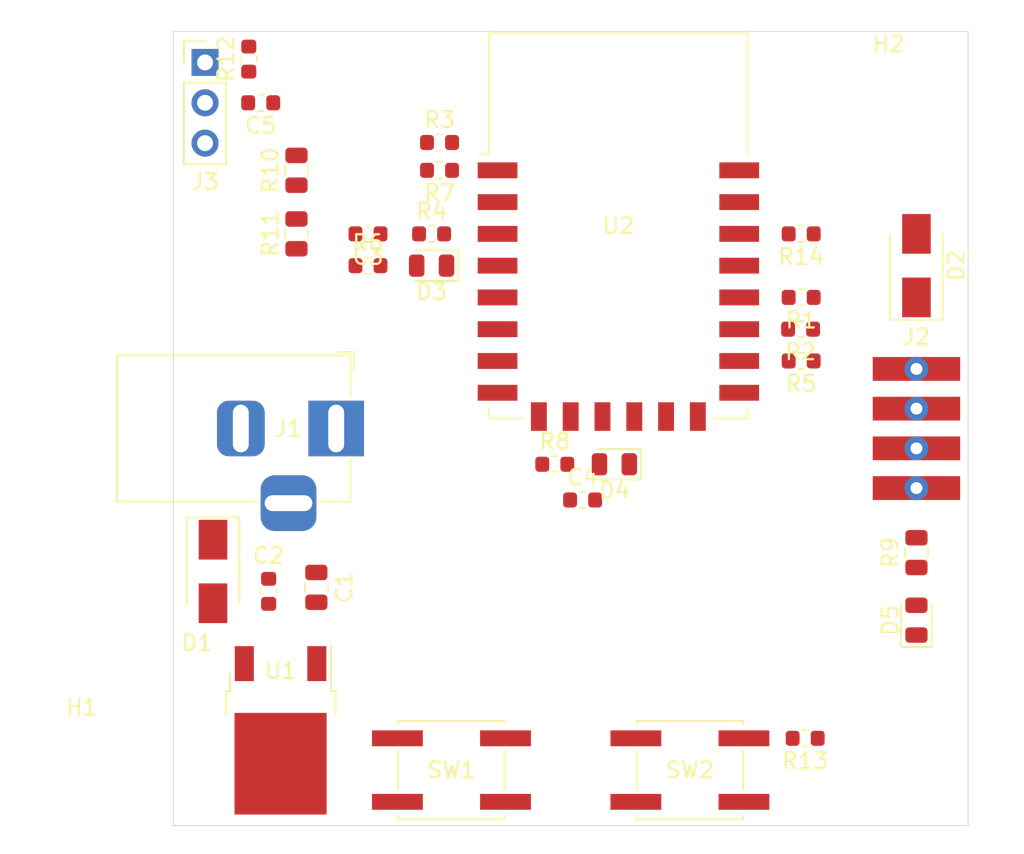
<source format=kicad_pcb>
(kicad_pcb (version 20171130) (host pcbnew "(5.1.5)-3")

  (general
    (thickness 1.6)
    (drawings 4)
    (tracks 0)
    (zones 0)
    (modules 33)
    (nets 33)
  )

  (page A4)
  (layers
    (0 F.Cu signal)
    (31 B.Cu signal)
    (32 B.Adhes user)
    (33 F.Adhes user)
    (34 B.Paste user)
    (35 F.Paste user)
    (36 B.SilkS user)
    (37 F.SilkS user)
    (38 B.Mask user)
    (39 F.Mask user)
    (40 Dwgs.User user)
    (41 Cmts.User user)
    (42 Eco1.User user)
    (43 Eco2.User user)
    (44 Edge.Cuts user)
    (45 Margin user)
    (46 B.CrtYd user)
    (47 F.CrtYd user)
    (48 B.Fab user)
    (49 F.Fab user)
  )

  (setup
    (last_trace_width 0.25)
    (user_trace_width 0.75)
    (trace_clearance 0.26)
    (zone_clearance 0.508)
    (zone_45_only no)
    (trace_min 0.25)
    (via_size 0.8)
    (via_drill 0.4)
    (via_min_size 0.4)
    (via_min_drill 0.3)
    (user_via 0.6 0.3)
    (uvia_size 0.3)
    (uvia_drill 0.1)
    (uvias_allowed no)
    (uvia_min_size 0.2)
    (uvia_min_drill 0.1)
    (edge_width 0.05)
    (segment_width 0.2)
    (pcb_text_width 0.3)
    (pcb_text_size 1.5 1.5)
    (mod_edge_width 0.12)
    (mod_text_size 1 1)
    (mod_text_width 0.15)
    (pad_size 1.524 1.524)
    (pad_drill 0.762)
    (pad_to_mask_clearance 0.051)
    (solder_mask_min_width 0.25)
    (aux_axis_origin 0 0)
    (visible_elements FFF9FF7F)
    (pcbplotparams
      (layerselection 0x010fc_ffffffff)
      (usegerberextensions false)
      (usegerberattributes false)
      (usegerberadvancedattributes false)
      (creategerberjobfile false)
      (excludeedgelayer true)
      (linewidth 0.010000)
      (plotframeref false)
      (viasonmask false)
      (mode 1)
      (useauxorigin false)
      (hpglpennumber 1)
      (hpglpenspeed 20)
      (hpglpendiameter 15.000000)
      (psnegative false)
      (psa4output false)
      (plotreference true)
      (plotvalue true)
      (plotinvisibletext false)
      (padsonsilk false)
      (subtractmaskfromsilk false)
      (outputformat 1)
      (mirror false)
      (drillshape 1)
      (scaleselection 1)
      (outputdirectory ""))
  )

  (net 0 "")
  (net 1 +12V)
  (net 2 GND)
  (net 3 +5V)
  (net 4 /0VA)
  (net 5 /RST)
  (net 6 +3.3VA)
  (net 7 "Net-(C5-Pad2)")
  (net 8 /EXT_ADC)
  (net 9 "Net-(D3-Pad2)")
  (net 10 /GPIO16)
  (net 11 "Net-(D4-Pad2)")
  (net 12 "Net-(D5-Pad2)")
  (net 13 /GPIO13)
  (net 14 /GPIO0)
  (net 15 /GPIO2)
  (net 16 /EN)
  (net 17 /GPIO15)
  (net 18 "Net-(R7-Pad2)")
  (net 19 /ADC)
  (net 20 "Net-(R13-Pad2)")
  (net 21 /GPIO5)
  (net 22 /GPIO1)
  (net 23 /GPIO3)
  (net 24 /GPIO4)
  (net 25 /SCLK)
  (net 26 /MOSI)
  (net 27 /GPIO10)
  (net 28 /GPIO9)
  (net 29 /MISO)
  (net 30 /CS)
  (net 31 /GPIO12)
  (net 32 /GPIO14)

  (net_class Default "This is the default net class."
    (clearance 0.26)
    (trace_width 0.25)
    (via_dia 0.8)
    (via_drill 0.4)
    (uvia_dia 0.3)
    (uvia_drill 0.1)
    (diff_pair_width 0.25)
    (diff_pair_gap 0.25)
    (add_net +12V)
    (add_net +3.3VA)
    (add_net +5V)
    (add_net /0VA)
    (add_net /ADC)
    (add_net /CS)
    (add_net /EN)
    (add_net /EXT_ADC)
    (add_net /GPIO0)
    (add_net /GPIO1)
    (add_net /GPIO10)
    (add_net /GPIO12)
    (add_net /GPIO13)
    (add_net /GPIO14)
    (add_net /GPIO15)
    (add_net /GPIO16)
    (add_net /GPIO2)
    (add_net /GPIO3)
    (add_net /GPIO4)
    (add_net /GPIO5)
    (add_net /GPIO9)
    (add_net /MISO)
    (add_net /MOSI)
    (add_net /RST)
    (add_net /SCLK)
    (add_net GND)
    (add_net "Net-(C5-Pad2)")
    (add_net "Net-(D3-Pad2)")
    (add_net "Net-(D4-Pad2)")
    (add_net "Net-(D5-Pad2)")
    (add_net "Net-(R13-Pad2)")
    (add_net "Net-(R7-Pad2)")
  )

  (module RF_Module:ESP-12E (layer F.Cu) (tedit 5ECE0BFC) (tstamp 5ED3F8AF)
    (at 128 62.25)
    (descr "Wi-Fi Module, http://wiki.ai-thinker.com/_media/esp8266/docs/aithinker_esp_12f_datasheet_en.pdf")
    (tags "Wi-Fi Module")
    (path /5ECEAC46)
    (attr smd)
    (fp_text reference U2 (at 0 0) (layer F.SilkS)
      (effects (font (size 1 1) (thickness 0.15)))
    )
    (fp_text value ESP-12E (at -0.06 -12.78) (layer F.Fab)
      (effects (font (size 1 1) (thickness 0.15)))
    )
    (fp_line (start 5.56 -4.8) (end 8.12 -7.36) (layer Dwgs.User) (width 0.12))
    (fp_line (start 2.56 -4.8) (end 8.12 -10.36) (layer Dwgs.User) (width 0.12))
    (fp_line (start -0.44 -4.8) (end 6.88 -12.12) (layer Dwgs.User) (width 0.12))
    (fp_line (start -3.44 -4.8) (end 3.88 -12.12) (layer Dwgs.User) (width 0.12))
    (fp_line (start -6.44 -4.8) (end 0.88 -12.12) (layer Dwgs.User) (width 0.12))
    (fp_line (start -8.12 -6.12) (end -2.12 -12.12) (layer Dwgs.User) (width 0.12))
    (fp_line (start -8.12 -9.12) (end -5.12 -12.12) (layer Dwgs.User) (width 0.12))
    (fp_line (start -8.12 -4.8) (end -8.12 -12.12) (layer Dwgs.User) (width 0.12))
    (fp_line (start 8.12 -4.8) (end -8.12 -4.8) (layer Dwgs.User) (width 0.12))
    (fp_line (start 8.12 -12.12) (end 8.12 -4.8) (layer Dwgs.User) (width 0.12))
    (fp_line (start -8.12 -12.12) (end 8.12 -12.12) (layer Dwgs.User) (width 0.12))
    (fp_line (start -8.12 -4.5) (end -8.73 -4.5) (layer F.SilkS) (width 0.12))
    (fp_line (start -8.12 -4.5) (end -8.12 -12.12) (layer F.SilkS) (width 0.12))
    (fp_line (start -8.12 12.12) (end -8.12 11.5) (layer F.SilkS) (width 0.12))
    (fp_line (start -6 12.12) (end -8.12 12.12) (layer F.SilkS) (width 0.12))
    (fp_line (start 8.12 12.12) (end 6 12.12) (layer F.SilkS) (width 0.12))
    (fp_line (start 8.12 11.5) (end 8.12 12.12) (layer F.SilkS) (width 0.12))
    (fp_line (start 8.12 -12.12) (end 8.12 -4.5) (layer F.SilkS) (width 0.12))
    (fp_line (start -8.12 -12.12) (end 8.12 -12.12) (layer F.SilkS) (width 0.12))
    (fp_line (start -9.05 13.1) (end -9.05 -12.2) (layer F.CrtYd) (width 0.05))
    (fp_line (start 9.05 13.1) (end -9.05 13.1) (layer F.CrtYd) (width 0.05))
    (fp_line (start 9.05 -12.2) (end 9.05 13.1) (layer F.CrtYd) (width 0.05))
    (fp_line (start -9.05 -12.2) (end 9.05 -12.2) (layer F.CrtYd) (width 0.05))
    (fp_line (start -8 -4) (end -8 -12) (layer F.Fab) (width 0.12))
    (fp_line (start -7.5 -3.5) (end -8 -4) (layer F.Fab) (width 0.12))
    (fp_line (start -8 -3) (end -7.5 -3.5) (layer F.Fab) (width 0.12))
    (fp_line (start -8 12) (end -8 -3) (layer F.Fab) (width 0.12))
    (fp_line (start 8 12) (end -8 12) (layer F.Fab) (width 0.12))
    (fp_line (start 8 -12) (end 8 12) (layer F.Fab) (width 0.12))
    (fp_line (start -8 -12) (end 8 -12) (layer F.Fab) (width 0.12))
    (fp_text user %R (at 0 0) (layer F.Fab)
      (effects (font (size 1 1) (thickness 0.15)))
    )
    (fp_text user "KEEP-OUT ZONE" (at 0.03 -9.55 180) (layer Cmts.User)
      (effects (font (size 1 1) (thickness 0.15)))
    )
    (fp_text user Antenna (at -0.06 -7 180) (layer Cmts.User)
      (effects (font (size 1 1) (thickness 0.15)))
    )
    (pad 22 smd rect (at 7.6 -3.5) (size 2.5 1) (layers F.Cu F.Paste F.Mask)
      (net 22 /GPIO1))
    (pad 21 smd rect (at 7.6 -1.5) (size 2.5 1) (layers F.Cu F.Paste F.Mask)
      (net 23 /GPIO3))
    (pad 20 smd rect (at 7.6 0.5) (size 2.5 1) (layers F.Cu F.Paste F.Mask)
      (net 21 /GPIO5))
    (pad 19 smd rect (at 7.6 2.5) (size 2.5 1) (layers F.Cu F.Paste F.Mask)
      (net 24 /GPIO4))
    (pad 18 smd rect (at 7.6 4.5) (size 2.5 1) (layers F.Cu F.Paste F.Mask)
      (net 14 /GPIO0))
    (pad 17 smd rect (at 7.6 6.5) (size 2.5 1) (layers F.Cu F.Paste F.Mask)
      (net 15 /GPIO2))
    (pad 16 smd rect (at 7.6 8.5) (size 2.5 1) (layers F.Cu F.Paste F.Mask)
      (net 17 /GPIO15))
    (pad 15 smd rect (at 7.6 10.5) (size 2.5 1) (layers F.Cu F.Paste F.Mask)
      (net 4 /0VA))
    (pad 14 smd rect (at 5 12) (size 1 1.8) (layers F.Cu F.Paste F.Mask)
      (net 25 /SCLK))
    (pad 13 smd rect (at 3 12) (size 1 1.8) (layers F.Cu F.Paste F.Mask)
      (net 26 /MOSI))
    (pad 12 smd rect (at 1 12) (size 1 1.8) (layers F.Cu F.Paste F.Mask)
      (net 27 /GPIO10))
    (pad 11 smd rect (at -1 12) (size 1 1.8) (layers F.Cu F.Paste F.Mask)
      (net 28 /GPIO9))
    (pad 10 smd rect (at -3 12) (size 1 1.8) (layers F.Cu F.Paste F.Mask)
      (net 29 /MISO))
    (pad 9 smd rect (at -5 12) (size 1 1.8) (layers F.Cu F.Paste F.Mask)
      (net 30 /CS))
    (pad 8 smd rect (at -7.6 10.5) (size 2.5 1) (layers F.Cu F.Paste F.Mask)
      (net 6 +3.3VA))
    (pad 7 smd rect (at -7.6 8.5) (size 2.5 1) (layers F.Cu F.Paste F.Mask)
      (net 13 /GPIO13))
    (pad 6 smd rect (at -7.6 6.5) (size 2.5 1) (layers F.Cu F.Paste F.Mask)
      (net 31 /GPIO12))
    (pad 5 smd rect (at -7.6 4.5) (size 2.5 1) (layers F.Cu F.Paste F.Mask)
      (net 32 /GPIO14))
    (pad 4 smd rect (at -7.6 2.5) (size 2.5 1) (layers F.Cu F.Paste F.Mask)
      (net 10 /GPIO16))
    (pad 3 smd rect (at -7.6 0.5) (size 2.5 1) (layers F.Cu F.Paste F.Mask)
      (net 16 /EN))
    (pad 2 smd rect (at -7.6 -1.5) (size 2.5 1) (layers F.Cu F.Paste F.Mask)
      (net 19 /ADC))
    (pad 1 smd rect (at -7.6 -3.5) (size 2.5 1) (layers F.Cu F.Paste F.Mask)
      (net 5 /RST))
    (model ${KISYS3DMOD}/ESP8266.3dshapes/ESP-12E.wrl
      (offset (xyz -7 3.5 0))
      (scale (xyz 0.394 0.394 0.394))
      (rotate (xyz 0 0 0))
    )
  )

  (module Package_TO_SOT_SMD:TO-252-2 (layer F.Cu) (tedit 5A70A390) (tstamp 5ED3F874)
    (at 106.75 94 270)
    (descr "TO-252 / DPAK SMD package, http://www.infineon.com/cms/en/product/packages/PG-TO252/PG-TO252-3-1/")
    (tags "DPAK TO-252 DPAK-3 TO-252-3 SOT-428")
    (path /5ECD9D89)
    (attr smd)
    (fp_text reference U1 (at -3.75 0 180) (layer F.SilkS)
      (effects (font (size 1 1) (thickness 0.15)))
    )
    (fp_text value LM7805_TO252-2 (at 0 4.5 90) (layer F.Fab)
      (effects (font (size 1 1) (thickness 0.15)))
    )
    (fp_text user %R (at 0 0 90) (layer F.Fab)
      (effects (font (size 1 1) (thickness 0.15)))
    )
    (fp_line (start 5.55 -3.5) (end -5.55 -3.5) (layer F.CrtYd) (width 0.05))
    (fp_line (start 5.55 3.5) (end 5.55 -3.5) (layer F.CrtYd) (width 0.05))
    (fp_line (start -5.55 3.5) (end 5.55 3.5) (layer F.CrtYd) (width 0.05))
    (fp_line (start -5.55 -3.5) (end -5.55 3.5) (layer F.CrtYd) (width 0.05))
    (fp_line (start -2.47 3.18) (end -3.57 3.18) (layer F.SilkS) (width 0.12))
    (fp_line (start -2.47 3.45) (end -2.47 3.18) (layer F.SilkS) (width 0.12))
    (fp_line (start -0.97 3.45) (end -2.47 3.45) (layer F.SilkS) (width 0.12))
    (fp_line (start -2.47 -3.18) (end -5.3 -3.18) (layer F.SilkS) (width 0.12))
    (fp_line (start -2.47 -3.45) (end -2.47 -3.18) (layer F.SilkS) (width 0.12))
    (fp_line (start -0.97 -3.45) (end -2.47 -3.45) (layer F.SilkS) (width 0.12))
    (fp_line (start -4.97 2.655) (end -2.27 2.655) (layer F.Fab) (width 0.1))
    (fp_line (start -4.97 1.905) (end -4.97 2.655) (layer F.Fab) (width 0.1))
    (fp_line (start -2.27 1.905) (end -4.97 1.905) (layer F.Fab) (width 0.1))
    (fp_line (start -4.97 -1.905) (end -2.27 -1.905) (layer F.Fab) (width 0.1))
    (fp_line (start -4.97 -2.655) (end -4.97 -1.905) (layer F.Fab) (width 0.1))
    (fp_line (start -1.865 -2.655) (end -4.97 -2.655) (layer F.Fab) (width 0.1))
    (fp_line (start -1.27 -3.25) (end 3.95 -3.25) (layer F.Fab) (width 0.1))
    (fp_line (start -2.27 -2.25) (end -1.27 -3.25) (layer F.Fab) (width 0.1))
    (fp_line (start -2.27 3.25) (end -2.27 -2.25) (layer F.Fab) (width 0.1))
    (fp_line (start 3.95 3.25) (end -2.27 3.25) (layer F.Fab) (width 0.1))
    (fp_line (start 3.95 -3.25) (end 3.95 3.25) (layer F.Fab) (width 0.1))
    (fp_line (start 4.95 2.7) (end 3.95 2.7) (layer F.Fab) (width 0.1))
    (fp_line (start 4.95 -2.7) (end 4.95 2.7) (layer F.Fab) (width 0.1))
    (fp_line (start 3.95 -2.7) (end 4.95 -2.7) (layer F.Fab) (width 0.1))
    (pad "" smd rect (at 0.425 1.525 270) (size 3.05 2.75) (layers F.Paste))
    (pad "" smd rect (at 3.775 -1.525 270) (size 3.05 2.75) (layers F.Paste))
    (pad "" smd rect (at 0.425 -1.525 270) (size 3.05 2.75) (layers F.Paste))
    (pad "" smd rect (at 3.775 1.525 270) (size 3.05 2.75) (layers F.Paste))
    (pad 2 smd rect (at 2.1 0 270) (size 6.4 5.8) (layers F.Cu F.Mask)
      (net 2 GND))
    (pad 3 smd rect (at -4.2 2.28 270) (size 2.2 1.2) (layers F.Cu F.Paste F.Mask)
      (net 3 +5V))
    (pad 1 smd rect (at -4.2 -2.28 270) (size 2.2 1.2) (layers F.Cu F.Paste F.Mask)
      (net 1 +12V))
    (model ${KISYS3DMOD}/Package_TO_SOT_SMD.3dshapes/TO-252-2.wrl
      (at (xyz 0 0 0))
      (scale (xyz 1 1 1))
      (rotate (xyz 0 0 0))
    )
  )

  (module Button_Switch_SMD:SW_SPST_EVQQ2 (layer F.Cu) (tedit 5872491A) (tstamp 5ED3F850)
    (at 132.5 96.5)
    (descr "Light Touch Switch, https://industrial.panasonic.com/cdbs/www-data/pdf/ATK0000/ATK0000CE28.pdf")
    (path /5ECF190D)
    (attr smd)
    (fp_text reference SW2 (at 0 0) (layer F.SilkS)
      (effects (font (size 1 1) (thickness 0.15)))
    )
    (fp_text value SW2 (at 0 4) (layer F.Fab)
      (effects (font (size 1 1) (thickness 0.15)))
    )
    (fp_circle (center 0 0) (end 1.5 0) (layer F.Fab) (width 0.1))
    (fp_circle (center 0 0) (end 1.9 0) (layer F.Fab) (width 0.1))
    (fp_line (start -3.35 3.1) (end 3.35 3.1) (layer F.SilkS) (width 0.12))
    (fp_line (start 3.35 -3.1) (end -3.35 -3.1) (layer F.SilkS) (width 0.12))
    (fp_line (start 3.35 -1.2) (end 3.35 1.2) (layer F.SilkS) (width 0.12))
    (fp_line (start -3.35 -1.2) (end -3.35 1.2) (layer F.SilkS) (width 0.12))
    (fp_line (start -3.35 -3.1) (end -3.35 -2.9) (layer F.SilkS) (width 0.12))
    (fp_line (start -3.35 3.1) (end -3.35 2.9) (layer F.SilkS) (width 0.12))
    (fp_line (start 3.35 3.1) (end 3.35 2.9) (layer F.SilkS) (width 0.12))
    (fp_line (start 3.35 -3.1) (end 3.35 -2.9) (layer F.SilkS) (width 0.12))
    (fp_line (start -5.25 3.25) (end -5.25 -3.25) (layer F.CrtYd) (width 0.05))
    (fp_line (start 5.25 3.25) (end -5.25 3.25) (layer F.CrtYd) (width 0.05))
    (fp_line (start 5.25 -3.25) (end 5.25 3.25) (layer F.CrtYd) (width 0.05))
    (fp_line (start -5.25 -3.25) (end 5.25 -3.25) (layer F.CrtYd) (width 0.05))
    (fp_text user %R (at 0 4) (layer F.Fab)
      (effects (font (size 1 1) (thickness 0.15)))
    )
    (fp_line (start -3.25 3) (end -3.25 -3) (layer F.Fab) (width 0.1))
    (fp_line (start 3.25 3) (end -3.25 3) (layer F.Fab) (width 0.1))
    (fp_line (start 3.25 -3) (end 3.25 3) (layer F.Fab) (width 0.1))
    (fp_line (start -3.25 -3) (end 3.25 -3) (layer F.Fab) (width 0.1))
    (pad 2 smd rect (at 3.4 2) (size 3.2 1) (layers F.Cu F.Paste F.Mask)
      (net 4 /0VA))
    (pad 2 smd rect (at -3.4 2) (size 3.2 1) (layers F.Cu F.Paste F.Mask)
      (net 4 /0VA))
    (pad 1 smd rect (at -3.4 -2) (size 3.2 1) (layers F.Cu F.Paste F.Mask)
      (net 20 "Net-(R13-Pad2)"))
    (pad 1 smd rect (at 3.4 -2) (size 3.2 1) (layers F.Cu F.Paste F.Mask)
      (net 20 "Net-(R13-Pad2)"))
    (model ${KISYS3DMOD}/Button_Switch_SMD.3dshapes/SW_SPST_EVQQ2.wrl
      (at (xyz 0 0 0))
      (scale (xyz 1 1 1))
      (rotate (xyz 0 0 0))
    )
  )

  (module Button_Switch_SMD:SW_SPST_EVQQ2 (layer F.Cu) (tedit 5872491A) (tstamp 5ED3F835)
    (at 117.5 96.5)
    (descr "Light Touch Switch, https://industrial.panasonic.com/cdbs/www-data/pdf/ATK0000/ATK0000CE28.pdf")
    (path /5ED3BE4B)
    (attr smd)
    (fp_text reference SW1 (at 0 0) (layer F.SilkS)
      (effects (font (size 1 1) (thickness 0.15)))
    )
    (fp_text value DNP (at 3 4) (layer F.Fab)
      (effects (font (size 1 1) (thickness 0.15)))
    )
    (fp_circle (center 0 0) (end 1.5 0) (layer F.Fab) (width 0.1))
    (fp_circle (center 0 0) (end 1.9 0) (layer F.Fab) (width 0.1))
    (fp_line (start -3.35 3.1) (end 3.35 3.1) (layer F.SilkS) (width 0.12))
    (fp_line (start 3.35 -3.1) (end -3.35 -3.1) (layer F.SilkS) (width 0.12))
    (fp_line (start 3.35 -1.2) (end 3.35 1.2) (layer F.SilkS) (width 0.12))
    (fp_line (start -3.35 -1.2) (end -3.35 1.2) (layer F.SilkS) (width 0.12))
    (fp_line (start -3.35 -3.1) (end -3.35 -2.9) (layer F.SilkS) (width 0.12))
    (fp_line (start -3.35 3.1) (end -3.35 2.9) (layer F.SilkS) (width 0.12))
    (fp_line (start 3.35 3.1) (end 3.35 2.9) (layer F.SilkS) (width 0.12))
    (fp_line (start 3.35 -3.1) (end 3.35 -2.9) (layer F.SilkS) (width 0.12))
    (fp_line (start -5.25 3.25) (end -5.25 -3.25) (layer F.CrtYd) (width 0.05))
    (fp_line (start 5.25 3.25) (end -5.25 3.25) (layer F.CrtYd) (width 0.05))
    (fp_line (start 5.25 -3.25) (end 5.25 3.25) (layer F.CrtYd) (width 0.05))
    (fp_line (start -5.25 -3.25) (end 5.25 -3.25) (layer F.CrtYd) (width 0.05))
    (fp_text user %R (at 0 4) (layer F.Fab)
      (effects (font (size 1 1) (thickness 0.15)))
    )
    (fp_line (start -3.25 3) (end -3.25 -3) (layer F.Fab) (width 0.1))
    (fp_line (start 3.25 3) (end -3.25 3) (layer F.Fab) (width 0.1))
    (fp_line (start 3.25 -3) (end 3.25 3) (layer F.Fab) (width 0.1))
    (fp_line (start -3.25 -3) (end 3.25 -3) (layer F.Fab) (width 0.1))
    (pad 2 smd rect (at 3.4 2) (size 3.2 1) (layers F.Cu F.Paste F.Mask)
      (net 4 /0VA))
    (pad 2 smd rect (at -3.4 2) (size 3.2 1) (layers F.Cu F.Paste F.Mask)
      (net 4 /0VA))
    (pad 1 smd rect (at -3.4 -2) (size 3.2 1) (layers F.Cu F.Paste F.Mask)
      (net 18 "Net-(R7-Pad2)"))
    (pad 1 smd rect (at 3.4 -2) (size 3.2 1) (layers F.Cu F.Paste F.Mask)
      (net 18 "Net-(R7-Pad2)"))
    (model ${KISYS3DMOD}/Button_Switch_SMD.3dshapes/SW_SPST_EVQQ2.wrl
      (at (xyz 0 0 0))
      (scale (xyz 1 1 1))
      (rotate (xyz 0 0 0))
    )
  )

  (module Resistor_SMD:R_0603_1608Metric (layer F.Cu) (tedit 5B301BBD) (tstamp 5ED3F81A)
    (at 139.5 62.75 180)
    (descr "Resistor SMD 0603 (1608 Metric), square (rectangular) end terminal, IPC_7351 nominal, (Body size source: http://www.tortai-tech.com/upload/download/2011102023233369053.pdf), generated with kicad-footprint-generator")
    (tags resistor)
    (path /5ECFC284)
    (attr smd)
    (fp_text reference R14 (at 0 -1.43) (layer F.SilkS)
      (effects (font (size 1 1) (thickness 0.15)))
    )
    (fp_text value 12K (at 0 1.43) (layer F.Fab)
      (effects (font (size 1 1) (thickness 0.15)))
    )
    (fp_text user %R (at 0 0) (layer F.Fab)
      (effects (font (size 0.4 0.4) (thickness 0.06)))
    )
    (fp_line (start 1.48 0.73) (end -1.48 0.73) (layer F.CrtYd) (width 0.05))
    (fp_line (start 1.48 -0.73) (end 1.48 0.73) (layer F.CrtYd) (width 0.05))
    (fp_line (start -1.48 -0.73) (end 1.48 -0.73) (layer F.CrtYd) (width 0.05))
    (fp_line (start -1.48 0.73) (end -1.48 -0.73) (layer F.CrtYd) (width 0.05))
    (fp_line (start -0.162779 0.51) (end 0.162779 0.51) (layer F.SilkS) (width 0.12))
    (fp_line (start -0.162779 -0.51) (end 0.162779 -0.51) (layer F.SilkS) (width 0.12))
    (fp_line (start 0.8 0.4) (end -0.8 0.4) (layer F.Fab) (width 0.1))
    (fp_line (start 0.8 -0.4) (end 0.8 0.4) (layer F.Fab) (width 0.1))
    (fp_line (start -0.8 -0.4) (end 0.8 -0.4) (layer F.Fab) (width 0.1))
    (fp_line (start -0.8 0.4) (end -0.8 -0.4) (layer F.Fab) (width 0.1))
    (pad 2 smd roundrect (at 0.7875 0 180) (size 0.875 0.95) (layers F.Cu F.Paste F.Mask) (roundrect_rratio 0.25)
      (net 21 /GPIO5))
    (pad 1 smd roundrect (at -0.7875 0 180) (size 0.875 0.95) (layers F.Cu F.Paste F.Mask) (roundrect_rratio 0.25)
      (net 6 +3.3VA))
    (model ${KISYS3DMOD}/Resistor_SMD.3dshapes/R_0603_1608Metric.wrl
      (at (xyz 0 0 0))
      (scale (xyz 1 1 1))
      (rotate (xyz 0 0 0))
    )
  )

  (module Resistor_SMD:R_0603_1608Metric (layer F.Cu) (tedit 5B301BBD) (tstamp 5ED3F809)
    (at 139.75 94.5 180)
    (descr "Resistor SMD 0603 (1608 Metric), square (rectangular) end terminal, IPC_7351 nominal, (Body size source: http://www.tortai-tech.com/upload/download/2011102023233369053.pdf), generated with kicad-footprint-generator")
    (tags resistor)
    (path /5ECF1904)
    (attr smd)
    (fp_text reference R13 (at 0 -1.43) (layer F.SilkS)
      (effects (font (size 1 1) (thickness 0.15)))
    )
    (fp_text value 470 (at 0 1.43) (layer F.Fab)
      (effects (font (size 1 1) (thickness 0.15)))
    )
    (fp_text user %R (at 0 0) (layer F.Fab)
      (effects (font (size 0.4 0.4) (thickness 0.06)))
    )
    (fp_line (start 1.48 0.73) (end -1.48 0.73) (layer F.CrtYd) (width 0.05))
    (fp_line (start 1.48 -0.73) (end 1.48 0.73) (layer F.CrtYd) (width 0.05))
    (fp_line (start -1.48 -0.73) (end 1.48 -0.73) (layer F.CrtYd) (width 0.05))
    (fp_line (start -1.48 0.73) (end -1.48 -0.73) (layer F.CrtYd) (width 0.05))
    (fp_line (start -0.162779 0.51) (end 0.162779 0.51) (layer F.SilkS) (width 0.12))
    (fp_line (start -0.162779 -0.51) (end 0.162779 -0.51) (layer F.SilkS) (width 0.12))
    (fp_line (start 0.8 0.4) (end -0.8 0.4) (layer F.Fab) (width 0.1))
    (fp_line (start 0.8 -0.4) (end 0.8 0.4) (layer F.Fab) (width 0.1))
    (fp_line (start -0.8 -0.4) (end 0.8 -0.4) (layer F.Fab) (width 0.1))
    (fp_line (start -0.8 0.4) (end -0.8 -0.4) (layer F.Fab) (width 0.1))
    (pad 2 smd roundrect (at 0.7875 0 180) (size 0.875 0.95) (layers F.Cu F.Paste F.Mask) (roundrect_rratio 0.25)
      (net 20 "Net-(R13-Pad2)"))
    (pad 1 smd roundrect (at -0.7875 0 180) (size 0.875 0.95) (layers F.Cu F.Paste F.Mask) (roundrect_rratio 0.25)
      (net 21 /GPIO5))
    (model ${KISYS3DMOD}/Resistor_SMD.3dshapes/R_0603_1608Metric.wrl
      (at (xyz 0 0 0))
      (scale (xyz 1 1 1))
      (rotate (xyz 0 0 0))
    )
  )

  (module Resistor_SMD:R_0603_1608Metric (layer F.Cu) (tedit 5B301BBD) (tstamp 5ED3F7F8)
    (at 104.75 51.75 90)
    (descr "Resistor SMD 0603 (1608 Metric), square (rectangular) end terminal, IPC_7351 nominal, (Body size source: http://www.tortai-tech.com/upload/download/2011102023233369053.pdf), generated with kicad-footprint-generator")
    (tags resistor)
    (path /5EDBAB54)
    (attr smd)
    (fp_text reference R12 (at 0 -1.43 90) (layer F.SilkS)
      (effects (font (size 1 1) (thickness 0.15)))
    )
    (fp_text value "2.2K DNP" (at 0 1.43 90) (layer F.Fab)
      (effects (font (size 1 1) (thickness 0.15)))
    )
    (fp_text user %R (at 0 0 90) (layer F.Fab)
      (effects (font (size 0.4 0.4) (thickness 0.06)))
    )
    (fp_line (start 1.48 0.73) (end -1.48 0.73) (layer F.CrtYd) (width 0.05))
    (fp_line (start 1.48 -0.73) (end 1.48 0.73) (layer F.CrtYd) (width 0.05))
    (fp_line (start -1.48 -0.73) (end 1.48 -0.73) (layer F.CrtYd) (width 0.05))
    (fp_line (start -1.48 0.73) (end -1.48 -0.73) (layer F.CrtYd) (width 0.05))
    (fp_line (start -0.162779 0.51) (end 0.162779 0.51) (layer F.SilkS) (width 0.12))
    (fp_line (start -0.162779 -0.51) (end 0.162779 -0.51) (layer F.SilkS) (width 0.12))
    (fp_line (start 0.8 0.4) (end -0.8 0.4) (layer F.Fab) (width 0.1))
    (fp_line (start 0.8 -0.4) (end 0.8 0.4) (layer F.Fab) (width 0.1))
    (fp_line (start -0.8 -0.4) (end 0.8 -0.4) (layer F.Fab) (width 0.1))
    (fp_line (start -0.8 0.4) (end -0.8 -0.4) (layer F.Fab) (width 0.1))
    (pad 2 smd roundrect (at 0.7875 0 90) (size 0.875 0.95) (layers F.Cu F.Paste F.Mask) (roundrect_rratio 0.25)
      (net 6 +3.3VA))
    (pad 1 smd roundrect (at -0.7875 0 90) (size 0.875 0.95) (layers F.Cu F.Paste F.Mask) (roundrect_rratio 0.25)
      (net 7 "Net-(C5-Pad2)"))
    (model ${KISYS3DMOD}/Resistor_SMD.3dshapes/R_0603_1608Metric.wrl
      (at (xyz 0 0 0))
      (scale (xyz 1 1 1))
      (rotate (xyz 0 0 0))
    )
  )

  (module Resistor_SMD:R_0805_2012Metric (layer F.Cu) (tedit 5B36C52B) (tstamp 5ED3F7E7)
    (at 107.75 62.75 90)
    (descr "Resistor SMD 0805 (2012 Metric), square (rectangular) end terminal, IPC_7351 nominal, (Body size source: https://docs.google.com/spreadsheets/d/1BsfQQcO9C6DZCsRaXUlFlo91Tg2WpOkGARC1WS5S8t0/edit?usp=sharing), generated with kicad-footprint-generator")
    (tags resistor)
    (path /5ED48F20)
    (attr smd)
    (fp_text reference R11 (at 0 -1.65 90) (layer F.SilkS)
      (effects (font (size 1 1) (thickness 0.15)))
    )
    (fp_text value "100k 1% DNP" (at 0 1.65 90) (layer F.Fab)
      (effects (font (size 1 1) (thickness 0.15)))
    )
    (fp_text user %R (at 0 0 180) (layer F.Fab)
      (effects (font (size 0.5 0.5) (thickness 0.08)))
    )
    (fp_line (start 1.68 0.95) (end -1.68 0.95) (layer F.CrtYd) (width 0.05))
    (fp_line (start 1.68 -0.95) (end 1.68 0.95) (layer F.CrtYd) (width 0.05))
    (fp_line (start -1.68 -0.95) (end 1.68 -0.95) (layer F.CrtYd) (width 0.05))
    (fp_line (start -1.68 0.95) (end -1.68 -0.95) (layer F.CrtYd) (width 0.05))
    (fp_line (start -0.258578 0.71) (end 0.258578 0.71) (layer F.SilkS) (width 0.12))
    (fp_line (start -0.258578 -0.71) (end 0.258578 -0.71) (layer F.SilkS) (width 0.12))
    (fp_line (start 1 0.6) (end -1 0.6) (layer F.Fab) (width 0.1))
    (fp_line (start 1 -0.6) (end 1 0.6) (layer F.Fab) (width 0.1))
    (fp_line (start -1 -0.6) (end 1 -0.6) (layer F.Fab) (width 0.1))
    (fp_line (start -1 0.6) (end -1 -0.6) (layer F.Fab) (width 0.1))
    (pad 2 smd roundrect (at 0.9375 0 90) (size 0.975 1.4) (layers F.Cu F.Paste F.Mask) (roundrect_rratio 0.25)
      (net 19 /ADC))
    (pad 1 smd roundrect (at -0.9375 0 90) (size 0.975 1.4) (layers F.Cu F.Paste F.Mask) (roundrect_rratio 0.25)
      (net 4 /0VA))
    (model ${KISYS3DMOD}/Resistor_SMD.3dshapes/R_0805_2012Metric.wrl
      (at (xyz 0 0 0))
      (scale (xyz 1 1 1))
      (rotate (xyz 0 0 0))
    )
  )

  (module Resistor_SMD:R_0805_2012Metric (layer F.Cu) (tedit 5B36C52B) (tstamp 5ED3F7D6)
    (at 107.75 58.75 90)
    (descr "Resistor SMD 0805 (2012 Metric), square (rectangular) end terminal, IPC_7351 nominal, (Body size source: https://docs.google.com/spreadsheets/d/1BsfQQcO9C6DZCsRaXUlFlo91Tg2WpOkGARC1WS5S8t0/edit?usp=sharing), generated with kicad-footprint-generator")
    (tags resistor)
    (path /5ED48717)
    (attr smd)
    (fp_text reference R10 (at 0 -1.65 90) (layer F.SilkS)
      (effects (font (size 1 1) (thickness 0.15)))
    )
    (fp_text value "220K 1% DNP" (at 0 1.65 90) (layer F.Fab)
      (effects (font (size 1 1) (thickness 0.15)))
    )
    (fp_text user %R (at 0 0 90) (layer F.Fab)
      (effects (font (size 0.5 0.5) (thickness 0.08)))
    )
    (fp_line (start 1.68 0.95) (end -1.68 0.95) (layer F.CrtYd) (width 0.05))
    (fp_line (start 1.68 -0.95) (end 1.68 0.95) (layer F.CrtYd) (width 0.05))
    (fp_line (start -1.68 -0.95) (end 1.68 -0.95) (layer F.CrtYd) (width 0.05))
    (fp_line (start -1.68 0.95) (end -1.68 -0.95) (layer F.CrtYd) (width 0.05))
    (fp_line (start -0.258578 0.71) (end 0.258578 0.71) (layer F.SilkS) (width 0.12))
    (fp_line (start -0.258578 -0.71) (end 0.258578 -0.71) (layer F.SilkS) (width 0.12))
    (fp_line (start 1 0.6) (end -1 0.6) (layer F.Fab) (width 0.1))
    (fp_line (start 1 -0.6) (end 1 0.6) (layer F.Fab) (width 0.1))
    (fp_line (start -1 -0.6) (end 1 -0.6) (layer F.Fab) (width 0.1))
    (fp_line (start -1 0.6) (end -1 -0.6) (layer F.Fab) (width 0.1))
    (pad 2 smd roundrect (at 0.9375 0 90) (size 0.975 1.4) (layers F.Cu F.Paste F.Mask) (roundrect_rratio 0.25)
      (net 8 /EXT_ADC))
    (pad 1 smd roundrect (at -0.9375 0 90) (size 0.975 1.4) (layers F.Cu F.Paste F.Mask) (roundrect_rratio 0.25)
      (net 19 /ADC))
    (model ${KISYS3DMOD}/Resistor_SMD.3dshapes/R_0805_2012Metric.wrl
      (at (xyz 0 0 0))
      (scale (xyz 1 1 1))
      (rotate (xyz 0 0 0))
    )
  )

  (module Resistor_SMD:R_0805_2012Metric (layer F.Cu) (tedit 5B36C52B) (tstamp 5ED3F7C5)
    (at 146.75 82.8125 90)
    (descr "Resistor SMD 0805 (2012 Metric), square (rectangular) end terminal, IPC_7351 nominal, (Body size source: https://docs.google.com/spreadsheets/d/1BsfQQcO9C6DZCsRaXUlFlo91Tg2WpOkGARC1WS5S8t0/edit?usp=sharing), generated with kicad-footprint-generator")
    (tags resistor)
    (path /5ED6C5A9)
    (attr smd)
    (fp_text reference R9 (at 0 -1.65 90) (layer F.SilkS)
      (effects (font (size 1 1) (thickness 0.15)))
    )
    (fp_text value 510 (at 0 1.65 90) (layer F.Fab)
      (effects (font (size 1 1) (thickness 0.15)))
    )
    (fp_text user %R (at 0 0 90) (layer F.Fab)
      (effects (font (size 0.5 0.5) (thickness 0.08)))
    )
    (fp_line (start 1.68 0.95) (end -1.68 0.95) (layer F.CrtYd) (width 0.05))
    (fp_line (start 1.68 -0.95) (end 1.68 0.95) (layer F.CrtYd) (width 0.05))
    (fp_line (start -1.68 -0.95) (end 1.68 -0.95) (layer F.CrtYd) (width 0.05))
    (fp_line (start -1.68 0.95) (end -1.68 -0.95) (layer F.CrtYd) (width 0.05))
    (fp_line (start -0.258578 0.71) (end 0.258578 0.71) (layer F.SilkS) (width 0.12))
    (fp_line (start -0.258578 -0.71) (end 0.258578 -0.71) (layer F.SilkS) (width 0.12))
    (fp_line (start 1 0.6) (end -1 0.6) (layer F.Fab) (width 0.1))
    (fp_line (start 1 -0.6) (end 1 0.6) (layer F.Fab) (width 0.1))
    (fp_line (start -1 -0.6) (end 1 -0.6) (layer F.Fab) (width 0.1))
    (fp_line (start -1 0.6) (end -1 -0.6) (layer F.Fab) (width 0.1))
    (pad 2 smd roundrect (at 0.9375 0 90) (size 0.975 1.4) (layers F.Cu F.Paste F.Mask) (roundrect_rratio 0.25)
      (net 1 +12V))
    (pad 1 smd roundrect (at -0.9375 0 90) (size 0.975 1.4) (layers F.Cu F.Paste F.Mask) (roundrect_rratio 0.25)
      (net 12 "Net-(D5-Pad2)"))
    (model ${KISYS3DMOD}/Resistor_SMD.3dshapes/R_0805_2012Metric.wrl
      (at (xyz 0 0 0))
      (scale (xyz 1 1 1))
      (rotate (xyz 0 0 0))
    )
  )

  (module Resistor_SMD:R_0603_1608Metric (layer F.Cu) (tedit 5B301BBD) (tstamp 5ED3F7B4)
    (at 124 77.25)
    (descr "Resistor SMD 0603 (1608 Metric), square (rectangular) end terminal, IPC_7351 nominal, (Body size source: http://www.tortai-tech.com/upload/download/2011102023233369053.pdf), generated with kicad-footprint-generator")
    (tags resistor)
    (path /5ED49487)
    (attr smd)
    (fp_text reference R8 (at 0 -1.43) (layer F.SilkS)
      (effects (font (size 1 1) (thickness 0.15)))
    )
    (fp_text value 22 (at 0 1.43) (layer F.Fab)
      (effects (font (size 1 1) (thickness 0.15)))
    )
    (fp_text user %R (at 0 0) (layer F.Fab)
      (effects (font (size 0.4 0.4) (thickness 0.06)))
    )
    (fp_line (start 1.48 0.73) (end -1.48 0.73) (layer F.CrtYd) (width 0.05))
    (fp_line (start 1.48 -0.73) (end 1.48 0.73) (layer F.CrtYd) (width 0.05))
    (fp_line (start -1.48 -0.73) (end 1.48 -0.73) (layer F.CrtYd) (width 0.05))
    (fp_line (start -1.48 0.73) (end -1.48 -0.73) (layer F.CrtYd) (width 0.05))
    (fp_line (start -0.162779 0.51) (end 0.162779 0.51) (layer F.SilkS) (width 0.12))
    (fp_line (start -0.162779 -0.51) (end 0.162779 -0.51) (layer F.SilkS) (width 0.12))
    (fp_line (start 0.8 0.4) (end -0.8 0.4) (layer F.Fab) (width 0.1))
    (fp_line (start 0.8 -0.4) (end 0.8 0.4) (layer F.Fab) (width 0.1))
    (fp_line (start -0.8 -0.4) (end 0.8 -0.4) (layer F.Fab) (width 0.1))
    (fp_line (start -0.8 0.4) (end -0.8 -0.4) (layer F.Fab) (width 0.1))
    (pad 2 smd roundrect (at 0.7875 0) (size 0.875 0.95) (layers F.Cu F.Paste F.Mask) (roundrect_rratio 0.25)
      (net 11 "Net-(D4-Pad2)"))
    (pad 1 smd roundrect (at -0.7875 0) (size 0.875 0.95) (layers F.Cu F.Paste F.Mask) (roundrect_rratio 0.25)
      (net 6 +3.3VA))
    (model ${KISYS3DMOD}/Resistor_SMD.3dshapes/R_0603_1608Metric.wrl
      (at (xyz 0 0 0))
      (scale (xyz 1 1 1))
      (rotate (xyz 0 0 0))
    )
  )

  (module Resistor_SMD:R_0603_1608Metric (layer F.Cu) (tedit 5B301BBD) (tstamp 5ED3F7A3)
    (at 116.75 58.75 180)
    (descr "Resistor SMD 0603 (1608 Metric), square (rectangular) end terminal, IPC_7351 nominal, (Body size source: http://www.tortai-tech.com/upload/download/2011102023233369053.pdf), generated with kicad-footprint-generator")
    (tags resistor)
    (path /5ED490CD)
    (attr smd)
    (fp_text reference R7 (at 0 -1.43) (layer F.SilkS)
      (effects (font (size 1 1) (thickness 0.15)))
    )
    (fp_text value 470 (at 0 1.43) (layer F.Fab)
      (effects (font (size 1 1) (thickness 0.15)))
    )
    (fp_text user %R (at 0 0) (layer F.Fab)
      (effects (font (size 0.4 0.4) (thickness 0.06)))
    )
    (fp_line (start 1.48 0.73) (end -1.48 0.73) (layer F.CrtYd) (width 0.05))
    (fp_line (start 1.48 -0.73) (end 1.48 0.73) (layer F.CrtYd) (width 0.05))
    (fp_line (start -1.48 -0.73) (end 1.48 -0.73) (layer F.CrtYd) (width 0.05))
    (fp_line (start -1.48 0.73) (end -1.48 -0.73) (layer F.CrtYd) (width 0.05))
    (fp_line (start -0.162779 0.51) (end 0.162779 0.51) (layer F.SilkS) (width 0.12))
    (fp_line (start -0.162779 -0.51) (end 0.162779 -0.51) (layer F.SilkS) (width 0.12))
    (fp_line (start 0.8 0.4) (end -0.8 0.4) (layer F.Fab) (width 0.1))
    (fp_line (start 0.8 -0.4) (end 0.8 0.4) (layer F.Fab) (width 0.1))
    (fp_line (start -0.8 -0.4) (end 0.8 -0.4) (layer F.Fab) (width 0.1))
    (fp_line (start -0.8 0.4) (end -0.8 -0.4) (layer F.Fab) (width 0.1))
    (pad 2 smd roundrect (at 0.7875 0 180) (size 0.875 0.95) (layers F.Cu F.Paste F.Mask) (roundrect_rratio 0.25)
      (net 18 "Net-(R7-Pad2)"))
    (pad 1 smd roundrect (at -0.7875 0 180) (size 0.875 0.95) (layers F.Cu F.Paste F.Mask) (roundrect_rratio 0.25)
      (net 5 /RST))
    (model ${KISYS3DMOD}/Resistor_SMD.3dshapes/R_0603_1608Metric.wrl
      (at (xyz 0 0 0))
      (scale (xyz 1 1 1))
      (rotate (xyz 0 0 0))
    )
  )

  (module Resistor_SMD:R_0603_1608Metric (layer F.Cu) (tedit 5B301BBD) (tstamp 5ED3F792)
    (at 112.25 64.75)
    (descr "Resistor SMD 0603 (1608 Metric), square (rectangular) end terminal, IPC_7351 nominal, (Body size source: http://www.tortai-tech.com/upload/download/2011102023233369053.pdf), generated with kicad-footprint-generator")
    (tags resistor)
    (path /5ED1EA8A)
    (attr smd)
    (fp_text reference R6 (at 0 -1.43) (layer F.SilkS)
      (effects (font (size 1 1) (thickness 0.15)))
    )
    (fp_text value 22 (at 0 1.43) (layer F.Fab)
      (effects (font (size 1 1) (thickness 0.15)))
    )
    (fp_text user %R (at 0 0) (layer F.Fab)
      (effects (font (size 0.4 0.4) (thickness 0.06)))
    )
    (fp_line (start 1.48 0.73) (end -1.48 0.73) (layer F.CrtYd) (width 0.05))
    (fp_line (start 1.48 -0.73) (end 1.48 0.73) (layer F.CrtYd) (width 0.05))
    (fp_line (start -1.48 -0.73) (end 1.48 -0.73) (layer F.CrtYd) (width 0.05))
    (fp_line (start -1.48 0.73) (end -1.48 -0.73) (layer F.CrtYd) (width 0.05))
    (fp_line (start -0.162779 0.51) (end 0.162779 0.51) (layer F.SilkS) (width 0.12))
    (fp_line (start -0.162779 -0.51) (end 0.162779 -0.51) (layer F.SilkS) (width 0.12))
    (fp_line (start 0.8 0.4) (end -0.8 0.4) (layer F.Fab) (width 0.1))
    (fp_line (start 0.8 -0.4) (end 0.8 0.4) (layer F.Fab) (width 0.1))
    (fp_line (start -0.8 -0.4) (end 0.8 -0.4) (layer F.Fab) (width 0.1))
    (fp_line (start -0.8 0.4) (end -0.8 -0.4) (layer F.Fab) (width 0.1))
    (pad 2 smd roundrect (at 0.7875 0) (size 0.875 0.95) (layers F.Cu F.Paste F.Mask) (roundrect_rratio 0.25)
      (net 9 "Net-(D3-Pad2)"))
    (pad 1 smd roundrect (at -0.7875 0) (size 0.875 0.95) (layers F.Cu F.Paste F.Mask) (roundrect_rratio 0.25)
      (net 6 +3.3VA))
    (model ${KISYS3DMOD}/Resistor_SMD.3dshapes/R_0603_1608Metric.wrl
      (at (xyz 0 0 0))
      (scale (xyz 1 1 1))
      (rotate (xyz 0 0 0))
    )
  )

  (module Resistor_SMD:R_0603_1608Metric (layer F.Cu) (tedit 5B301BBD) (tstamp 5ED3F781)
    (at 139.5 70.75 180)
    (descr "Resistor SMD 0603 (1608 Metric), square (rectangular) end terminal, IPC_7351 nominal, (Body size source: http://www.tortai-tech.com/upload/download/2011102023233369053.pdf), generated with kicad-footprint-generator")
    (tags resistor)
    (path /5ED0A4A6)
    (attr smd)
    (fp_text reference R5 (at 0 -1.43) (layer F.SilkS)
      (effects (font (size 1 1) (thickness 0.15)))
    )
    (fp_text value 12K (at 0 1.43) (layer F.Fab)
      (effects (font (size 1 1) (thickness 0.15)))
    )
    (fp_text user %R (at 0 0) (layer F.Fab)
      (effects (font (size 0.4 0.4) (thickness 0.06)))
    )
    (fp_line (start 1.48 0.73) (end -1.48 0.73) (layer F.CrtYd) (width 0.05))
    (fp_line (start 1.48 -0.73) (end 1.48 0.73) (layer F.CrtYd) (width 0.05))
    (fp_line (start -1.48 -0.73) (end 1.48 -0.73) (layer F.CrtYd) (width 0.05))
    (fp_line (start -1.48 0.73) (end -1.48 -0.73) (layer F.CrtYd) (width 0.05))
    (fp_line (start -0.162779 0.51) (end 0.162779 0.51) (layer F.SilkS) (width 0.12))
    (fp_line (start -0.162779 -0.51) (end 0.162779 -0.51) (layer F.SilkS) (width 0.12))
    (fp_line (start 0.8 0.4) (end -0.8 0.4) (layer F.Fab) (width 0.1))
    (fp_line (start 0.8 -0.4) (end 0.8 0.4) (layer F.Fab) (width 0.1))
    (fp_line (start -0.8 -0.4) (end 0.8 -0.4) (layer F.Fab) (width 0.1))
    (fp_line (start -0.8 0.4) (end -0.8 -0.4) (layer F.Fab) (width 0.1))
    (pad 2 smd roundrect (at 0.7875 0 180) (size 0.875 0.95) (layers F.Cu F.Paste F.Mask) (roundrect_rratio 0.25)
      (net 17 /GPIO15))
    (pad 1 smd roundrect (at -0.7875 0 180) (size 0.875 0.95) (layers F.Cu F.Paste F.Mask) (roundrect_rratio 0.25)
      (net 4 /0VA))
    (model ${KISYS3DMOD}/Resistor_SMD.3dshapes/R_0603_1608Metric.wrl
      (at (xyz 0 0 0))
      (scale (xyz 1 1 1))
      (rotate (xyz 0 0 0))
    )
  )

  (module Resistor_SMD:R_0603_1608Metric (layer F.Cu) (tedit 5B301BBD) (tstamp 5ED3F770)
    (at 116.25 62.75)
    (descr "Resistor SMD 0603 (1608 Metric), square (rectangular) end terminal, IPC_7351 nominal, (Body size source: http://www.tortai-tech.com/upload/download/2011102023233369053.pdf), generated with kicad-footprint-generator")
    (tags resistor)
    (path /5ED0A079)
    (attr smd)
    (fp_text reference R4 (at 0 -1.43) (layer F.SilkS)
      (effects (font (size 1 1) (thickness 0.15)))
    )
    (fp_text value 12K (at 0 1.43) (layer F.Fab)
      (effects (font (size 1 1) (thickness 0.15)))
    )
    (fp_text user %R (at 0 0) (layer F.Fab)
      (effects (font (size 0.4 0.4) (thickness 0.06)))
    )
    (fp_line (start 1.48 0.73) (end -1.48 0.73) (layer F.CrtYd) (width 0.05))
    (fp_line (start 1.48 -0.73) (end 1.48 0.73) (layer F.CrtYd) (width 0.05))
    (fp_line (start -1.48 -0.73) (end 1.48 -0.73) (layer F.CrtYd) (width 0.05))
    (fp_line (start -1.48 0.73) (end -1.48 -0.73) (layer F.CrtYd) (width 0.05))
    (fp_line (start -0.162779 0.51) (end 0.162779 0.51) (layer F.SilkS) (width 0.12))
    (fp_line (start -0.162779 -0.51) (end 0.162779 -0.51) (layer F.SilkS) (width 0.12))
    (fp_line (start 0.8 0.4) (end -0.8 0.4) (layer F.Fab) (width 0.1))
    (fp_line (start 0.8 -0.4) (end 0.8 0.4) (layer F.Fab) (width 0.1))
    (fp_line (start -0.8 -0.4) (end 0.8 -0.4) (layer F.Fab) (width 0.1))
    (fp_line (start -0.8 0.4) (end -0.8 -0.4) (layer F.Fab) (width 0.1))
    (pad 2 smd roundrect (at 0.7875 0) (size 0.875 0.95) (layers F.Cu F.Paste F.Mask) (roundrect_rratio 0.25)
      (net 16 /EN))
    (pad 1 smd roundrect (at -0.7875 0) (size 0.875 0.95) (layers F.Cu F.Paste F.Mask) (roundrect_rratio 0.25)
      (net 6 +3.3VA))
    (model ${KISYS3DMOD}/Resistor_SMD.3dshapes/R_0603_1608Metric.wrl
      (at (xyz 0 0 0))
      (scale (xyz 1 1 1))
      (rotate (xyz 0 0 0))
    )
  )

  (module Resistor_SMD:R_0603_1608Metric (layer F.Cu) (tedit 5B301BBD) (tstamp 5ED3F75F)
    (at 116.75 57)
    (descr "Resistor SMD 0603 (1608 Metric), square (rectangular) end terminal, IPC_7351 nominal, (Body size source: http://www.tortai-tech.com/upload/download/2011102023233369053.pdf), generated with kicad-footprint-generator")
    (tags resistor)
    (path /5ED09D00)
    (attr smd)
    (fp_text reference R3 (at 0 -1.43) (layer F.SilkS)
      (effects (font (size 1 1) (thickness 0.15)))
    )
    (fp_text value 12K (at 0 1.43) (layer F.Fab)
      (effects (font (size 1 1) (thickness 0.15)))
    )
    (fp_text user %R (at 0 0) (layer F.Fab)
      (effects (font (size 0.4 0.4) (thickness 0.06)))
    )
    (fp_line (start 1.48 0.73) (end -1.48 0.73) (layer F.CrtYd) (width 0.05))
    (fp_line (start 1.48 -0.73) (end 1.48 0.73) (layer F.CrtYd) (width 0.05))
    (fp_line (start -1.48 -0.73) (end 1.48 -0.73) (layer F.CrtYd) (width 0.05))
    (fp_line (start -1.48 0.73) (end -1.48 -0.73) (layer F.CrtYd) (width 0.05))
    (fp_line (start -0.162779 0.51) (end 0.162779 0.51) (layer F.SilkS) (width 0.12))
    (fp_line (start -0.162779 -0.51) (end 0.162779 -0.51) (layer F.SilkS) (width 0.12))
    (fp_line (start 0.8 0.4) (end -0.8 0.4) (layer F.Fab) (width 0.1))
    (fp_line (start 0.8 -0.4) (end 0.8 0.4) (layer F.Fab) (width 0.1))
    (fp_line (start -0.8 -0.4) (end 0.8 -0.4) (layer F.Fab) (width 0.1))
    (fp_line (start -0.8 0.4) (end -0.8 -0.4) (layer F.Fab) (width 0.1))
    (pad 2 smd roundrect (at 0.7875 0) (size 0.875 0.95) (layers F.Cu F.Paste F.Mask) (roundrect_rratio 0.25)
      (net 5 /RST))
    (pad 1 smd roundrect (at -0.7875 0) (size 0.875 0.95) (layers F.Cu F.Paste F.Mask) (roundrect_rratio 0.25)
      (net 6 +3.3VA))
    (model ${KISYS3DMOD}/Resistor_SMD.3dshapes/R_0603_1608Metric.wrl
      (at (xyz 0 0 0))
      (scale (xyz 1 1 1))
      (rotate (xyz 0 0 0))
    )
  )

  (module Resistor_SMD:R_0603_1608Metric (layer F.Cu) (tedit 5B301BBD) (tstamp 5ED3F74E)
    (at 139.4625 68.75 180)
    (descr "Resistor SMD 0603 (1608 Metric), square (rectangular) end terminal, IPC_7351 nominal, (Body size source: http://www.tortai-tech.com/upload/download/2011102023233369053.pdf), generated with kicad-footprint-generator")
    (tags resistor)
    (path /5ED08CF0)
    (attr smd)
    (fp_text reference R2 (at 0 -1.43) (layer F.SilkS)
      (effects (font (size 1 1) (thickness 0.15)))
    )
    (fp_text value 12K (at 0 1.43) (layer F.Fab)
      (effects (font (size 1 1) (thickness 0.15)))
    )
    (fp_text user %R (at 0 0) (layer F.Fab)
      (effects (font (size 0.4 0.4) (thickness 0.06)))
    )
    (fp_line (start 1.48 0.73) (end -1.48 0.73) (layer F.CrtYd) (width 0.05))
    (fp_line (start 1.48 -0.73) (end 1.48 0.73) (layer F.CrtYd) (width 0.05))
    (fp_line (start -1.48 -0.73) (end 1.48 -0.73) (layer F.CrtYd) (width 0.05))
    (fp_line (start -1.48 0.73) (end -1.48 -0.73) (layer F.CrtYd) (width 0.05))
    (fp_line (start -0.162779 0.51) (end 0.162779 0.51) (layer F.SilkS) (width 0.12))
    (fp_line (start -0.162779 -0.51) (end 0.162779 -0.51) (layer F.SilkS) (width 0.12))
    (fp_line (start 0.8 0.4) (end -0.8 0.4) (layer F.Fab) (width 0.1))
    (fp_line (start 0.8 -0.4) (end 0.8 0.4) (layer F.Fab) (width 0.1))
    (fp_line (start -0.8 -0.4) (end 0.8 -0.4) (layer F.Fab) (width 0.1))
    (fp_line (start -0.8 0.4) (end -0.8 -0.4) (layer F.Fab) (width 0.1))
    (pad 2 smd roundrect (at 0.7875 0 180) (size 0.875 0.95) (layers F.Cu F.Paste F.Mask) (roundrect_rratio 0.25)
      (net 15 /GPIO2))
    (pad 1 smd roundrect (at -0.7875 0 180) (size 0.875 0.95) (layers F.Cu F.Paste F.Mask) (roundrect_rratio 0.25)
      (net 6 +3.3VA))
    (model ${KISYS3DMOD}/Resistor_SMD.3dshapes/R_0603_1608Metric.wrl
      (at (xyz 0 0 0))
      (scale (xyz 1 1 1))
      (rotate (xyz 0 0 0))
    )
  )

  (module Resistor_SMD:R_0603_1608Metric (layer F.Cu) (tedit 5B301BBD) (tstamp 5ED3F73D)
    (at 139.5 66.75 180)
    (descr "Resistor SMD 0603 (1608 Metric), square (rectangular) end terminal, IPC_7351 nominal, (Body size source: http://www.tortai-tech.com/upload/download/2011102023233369053.pdf), generated with kicad-footprint-generator")
    (tags resistor)
    (path /5ED07E8D)
    (attr smd)
    (fp_text reference R1 (at 0 -1.43) (layer F.SilkS)
      (effects (font (size 1 1) (thickness 0.15)))
    )
    (fp_text value 12K (at 0 1.43) (layer F.Fab)
      (effects (font (size 1 1) (thickness 0.15)))
    )
    (fp_text user %R (at 0 0) (layer F.Fab)
      (effects (font (size 0.4 0.4) (thickness 0.06)))
    )
    (fp_line (start 1.48 0.73) (end -1.48 0.73) (layer F.CrtYd) (width 0.05))
    (fp_line (start 1.48 -0.73) (end 1.48 0.73) (layer F.CrtYd) (width 0.05))
    (fp_line (start -1.48 -0.73) (end 1.48 -0.73) (layer F.CrtYd) (width 0.05))
    (fp_line (start -1.48 0.73) (end -1.48 -0.73) (layer F.CrtYd) (width 0.05))
    (fp_line (start -0.162779 0.51) (end 0.162779 0.51) (layer F.SilkS) (width 0.12))
    (fp_line (start -0.162779 -0.51) (end 0.162779 -0.51) (layer F.SilkS) (width 0.12))
    (fp_line (start 0.8 0.4) (end -0.8 0.4) (layer F.Fab) (width 0.1))
    (fp_line (start 0.8 -0.4) (end 0.8 0.4) (layer F.Fab) (width 0.1))
    (fp_line (start -0.8 -0.4) (end 0.8 -0.4) (layer F.Fab) (width 0.1))
    (fp_line (start -0.8 0.4) (end -0.8 -0.4) (layer F.Fab) (width 0.1))
    (pad 2 smd roundrect (at 0.7875 0 180) (size 0.875 0.95) (layers F.Cu F.Paste F.Mask) (roundrect_rratio 0.25)
      (net 14 /GPIO0))
    (pad 1 smd roundrect (at -0.7875 0 180) (size 0.875 0.95) (layers F.Cu F.Paste F.Mask) (roundrect_rratio 0.25)
      (net 6 +3.3VA))
    (model ${KISYS3DMOD}/Resistor_SMD.3dshapes/R_0603_1608Metric.wrl
      (at (xyz 0 0 0))
      (scale (xyz 1 1 1))
      (rotate (xyz 0 0 0))
    )
  )

  (module Connector_PinHeader_2.54mm:PinHeader_1x03_P2.54mm_Vertical (layer F.Cu) (tedit 59FED5CC) (tstamp 5ED3F72C)
    (at 102 51.96)
    (descr "Through hole straight pin header, 1x03, 2.54mm pitch, single row")
    (tags "Through hole pin header THT 1x03 2.54mm single row")
    (path /5EDA621E)
    (fp_text reference J3 (at 0 7.5) (layer F.SilkS)
      (effects (font (size 1 1) (thickness 0.15)))
    )
    (fp_text value Conn_01x03_Female (at 0 7.41) (layer F.Fab)
      (effects (font (size 1 1) (thickness 0.15)))
    )
    (fp_text user %R (at 0 2.54 90) (layer F.Fab)
      (effects (font (size 1 1) (thickness 0.15)))
    )
    (fp_line (start 1.8 -1.8) (end -1.8 -1.8) (layer F.CrtYd) (width 0.05))
    (fp_line (start 1.8 6.85) (end 1.8 -1.8) (layer F.CrtYd) (width 0.05))
    (fp_line (start -1.8 6.85) (end 1.8 6.85) (layer F.CrtYd) (width 0.05))
    (fp_line (start -1.8 -1.8) (end -1.8 6.85) (layer F.CrtYd) (width 0.05))
    (fp_line (start -1.33 -1.33) (end 0 -1.33) (layer F.SilkS) (width 0.12))
    (fp_line (start -1.33 0) (end -1.33 -1.33) (layer F.SilkS) (width 0.12))
    (fp_line (start -1.33 1.27) (end 1.33 1.27) (layer F.SilkS) (width 0.12))
    (fp_line (start 1.33 1.27) (end 1.33 6.41) (layer F.SilkS) (width 0.12))
    (fp_line (start -1.33 1.27) (end -1.33 6.41) (layer F.SilkS) (width 0.12))
    (fp_line (start -1.33 6.41) (end 1.33 6.41) (layer F.SilkS) (width 0.12))
    (fp_line (start -1.27 -0.635) (end -0.635 -1.27) (layer F.Fab) (width 0.1))
    (fp_line (start -1.27 6.35) (end -1.27 -0.635) (layer F.Fab) (width 0.1))
    (fp_line (start 1.27 6.35) (end -1.27 6.35) (layer F.Fab) (width 0.1))
    (fp_line (start 1.27 -1.27) (end 1.27 6.35) (layer F.Fab) (width 0.1))
    (fp_line (start -0.635 -1.27) (end 1.27 -1.27) (layer F.Fab) (width 0.1))
    (pad 3 thru_hole oval (at 0 5.08) (size 1.7 1.7) (drill 1) (layers *.Cu *.Mask)
      (net 4 /0VA))
    (pad 2 thru_hole oval (at 0 2.54) (size 1.7 1.7) (drill 1) (layers *.Cu *.Mask)
      (net 7 "Net-(C5-Pad2)"))
    (pad 1 thru_hole rect (at 0 0) (size 1.7 1.7) (drill 1) (layers *.Cu *.Mask)
      (net 6 +3.3VA))
    (model ${KISYS3DMOD}/Connector_PinHeader_2.54mm.3dshapes/PinHeader_1x03_P2.54mm_Vertical.wrl
      (at (xyz 0 0 0))
      (scale (xyz 1 1 1))
      (rotate (xyz 0 0 0))
    )
  )

  (module Custom:4x_1.5mm_5.5mm_bare_copper_+THT (layer F.Cu) (tedit 5ECE132D) (tstamp 5ED3F715)
    (at 146.75 75)
    (path /5ED40813)
    (fp_text reference J2 (at 0 -5.75) (layer F.SilkS)
      (effects (font (size 1 1) (thickness 0.15)))
    )
    (fp_text value Conn_01x04_Male (at 0 -6.25) (layer F.Fab)
      (effects (font (size 1 1) (thickness 0.15)))
    )
    (fp_line (start -3 4.75) (end -3 -4.75) (layer F.CrtYd) (width 0.12))
    (fp_line (start 3 4.75) (end -3 4.75) (layer F.CrtYd) (width 0.12))
    (fp_line (start 3 -4.75) (end 3 4.75) (layer F.CrtYd) (width 0.12))
    (fp_line (start -3 -4.75) (end 3 -4.75) (layer F.CrtYd) (width 0.12))
    (pad 4 thru_hole circle (at 0 3.75) (size 1.5 1.5) (drill 0.75) (layers *.Cu *.Mask)
      (net 1 +12V))
    (pad 3 thru_hole circle (at 0 1.25) (size 1.5 1.5) (drill 0.75) (layers *.Cu *.Mask)
      (net 13 /GPIO13))
    (pad 2 thru_hole circle (at 0 -1.25) (size 1.5 1.5) (drill 0.75) (layers *.Cu *.Mask)
      (net 13 /GPIO13))
    (pad 1 thru_hole circle (at 0 -3.75) (size 1.5 1.5) (drill 0.75) (layers *.Cu *.Mask)
      (net 2 GND))
    (pad 4 smd rect (at 0 3.75) (size 5.5 1.5) (layers F.Cu F.Paste F.Mask)
      (net 1 +12V))
    (pad 2 smd rect (at 0 -1.25) (size 5.5 1.5) (layers F.Cu F.Paste F.Mask)
      (net 13 /GPIO13))
    (pad 1 smd rect (at 0 -3.75) (size 5.5 1.5) (layers F.Cu F.Paste F.Mask)
      (net 2 GND))
    (pad 3 smd rect (at 0 1.25) (size 5.5 1.5) (layers F.Cu F.Paste F.Mask)
      (net 13 /GPIO13))
  )

  (module Connector_BarrelJack:BarrelJack_Horizontal (layer F.Cu) (tedit 5A1DBF6A) (tstamp 5ED3F705)
    (at 110.25 75)
    (descr "DC Barrel Jack")
    (tags "Power Jack")
    (path /5ECD5F1E)
    (fp_text reference J1 (at -3 0) (layer F.SilkS)
      (effects (font (size 1 1) (thickness 0.15)))
    )
    (fp_text value Barrel_Jack_Switch (at -6.2 -5.5) (layer F.Fab)
      (effects (font (size 1 1) (thickness 0.15)))
    )
    (fp_line (start 0 -4.5) (end -13.7 -4.5) (layer F.Fab) (width 0.1))
    (fp_line (start 0.8 4.5) (end 0.8 -3.75) (layer F.Fab) (width 0.1))
    (fp_line (start -13.7 4.5) (end 0.8 4.5) (layer F.Fab) (width 0.1))
    (fp_line (start -13.7 -4.5) (end -13.7 4.5) (layer F.Fab) (width 0.1))
    (fp_line (start -10.2 -4.5) (end -10.2 4.5) (layer F.Fab) (width 0.1))
    (fp_line (start 0.9 -4.6) (end 0.9 -2) (layer F.SilkS) (width 0.12))
    (fp_line (start -13.8 -4.6) (end 0.9 -4.6) (layer F.SilkS) (width 0.12))
    (fp_line (start 0.9 4.6) (end -1 4.6) (layer F.SilkS) (width 0.12))
    (fp_line (start 0.9 1.9) (end 0.9 4.6) (layer F.SilkS) (width 0.12))
    (fp_line (start -13.8 4.6) (end -13.8 -4.6) (layer F.SilkS) (width 0.12))
    (fp_line (start -5 4.6) (end -13.8 4.6) (layer F.SilkS) (width 0.12))
    (fp_line (start -14 4.75) (end -14 -4.75) (layer F.CrtYd) (width 0.05))
    (fp_line (start -5 4.75) (end -14 4.75) (layer F.CrtYd) (width 0.05))
    (fp_line (start -5 6.75) (end -5 4.75) (layer F.CrtYd) (width 0.05))
    (fp_line (start -1 6.75) (end -5 6.75) (layer F.CrtYd) (width 0.05))
    (fp_line (start -1 4.75) (end -1 6.75) (layer F.CrtYd) (width 0.05))
    (fp_line (start 1 4.75) (end -1 4.75) (layer F.CrtYd) (width 0.05))
    (fp_line (start 1 2) (end 1 4.75) (layer F.CrtYd) (width 0.05))
    (fp_line (start 2 2) (end 1 2) (layer F.CrtYd) (width 0.05))
    (fp_line (start 2 -2) (end 2 2) (layer F.CrtYd) (width 0.05))
    (fp_line (start 1 -2) (end 2 -2) (layer F.CrtYd) (width 0.05))
    (fp_line (start 1 -4.5) (end 1 -2) (layer F.CrtYd) (width 0.05))
    (fp_line (start 1 -4.75) (end -14 -4.75) (layer F.CrtYd) (width 0.05))
    (fp_line (start 1 -4.5) (end 1 -4.75) (layer F.CrtYd) (width 0.05))
    (fp_line (start 0.05 -4.8) (end 1.1 -4.8) (layer F.SilkS) (width 0.12))
    (fp_line (start 1.1 -3.75) (end 1.1 -4.8) (layer F.SilkS) (width 0.12))
    (fp_line (start -0.003213 -4.505425) (end 0.8 -3.75) (layer F.Fab) (width 0.1))
    (fp_text user %R (at -3 -2.95) (layer F.Fab)
      (effects (font (size 1 1) (thickness 0.15)))
    )
    (pad 3 thru_hole roundrect (at -3 4.7) (size 3.5 3.5) (drill oval 3 1) (layers *.Cu *.Mask) (roundrect_rratio 0.25)
      (net 2 GND))
    (pad 2 thru_hole roundrect (at -6 0) (size 3 3.5) (drill oval 1 3) (layers *.Cu *.Mask) (roundrect_rratio 0.25)
      (net 2 GND))
    (pad 1 thru_hole rect (at 0 0) (size 3.5 3.5) (drill oval 1 3) (layers *.Cu *.Mask)
      (net 1 +12V))
    (model ${KISYS3DMOD}/Connector_BarrelJack.3dshapes/BarrelJack_Horizontal.wrl
      (at (xyz 0 0 0))
      (scale (xyz 1 1 1))
      (rotate (xyz 0 0 0))
    )
  )

  (module MountingHole:MountingHole_3.2mm_M3 (layer F.Cu) (tedit 56D1B4CB) (tstamp 5ED3F6E2)
    (at 145 55)
    (descr "Mounting Hole 3.2mm, no annular, M3")
    (tags "mounting hole 3.2mm no annular m3")
    (path /5ED026F2)
    (attr virtual)
    (fp_text reference H2 (at 0 -4.2) (layer F.SilkS)
      (effects (font (size 1 1) (thickness 0.15)))
    )
    (fp_text value MountingHole (at 0 4.2) (layer F.Fab)
      (effects (font (size 1 1) (thickness 0.15)))
    )
    (fp_circle (center 0 0) (end 3.45 0) (layer F.CrtYd) (width 0.05))
    (fp_circle (center 0 0) (end 3.2 0) (layer Cmts.User) (width 0.15))
    (fp_text user %R (at 0.3 0) (layer F.Fab)
      (effects (font (size 1 1) (thickness 0.15)))
    )
    (pad 1 np_thru_hole circle (at 0 0) (size 3.2 3.2) (drill 3.2) (layers *.Cu *.Mask))
  )

  (module MountingHole:MountingHole_3.2mm_M3 (layer F.Cu) (tedit 56D1B4CB) (tstamp 5ED3F6DA)
    (at 94.25 96.75)
    (descr "Mounting Hole 3.2mm, no annular, M3")
    (tags "mounting hole 3.2mm no annular m3")
    (path /5ED023A0)
    (attr virtual)
    (fp_text reference H1 (at 0 -4.2) (layer F.SilkS)
      (effects (font (size 1 1) (thickness 0.15)))
    )
    (fp_text value MountingHole (at 0 4.2) (layer F.Fab)
      (effects (font (size 1 1) (thickness 0.15)))
    )
    (fp_circle (center 0 0) (end 3.45 0) (layer F.CrtYd) (width 0.05))
    (fp_circle (center 0 0) (end 3.2 0) (layer Cmts.User) (width 0.15))
    (fp_text user %R (at 0.3 0) (layer F.Fab)
      (effects (font (size 1 1) (thickness 0.15)))
    )
    (pad 1 np_thru_hole circle (at 0 0) (size 3.2 3.2) (drill 3.2) (layers *.Cu *.Mask))
  )

  (module LED_SMD:LED_0805_2012Metric (layer F.Cu) (tedit 5B36C52C) (tstamp 5ED3F6D2)
    (at 146.75 87.0625 90)
    (descr "LED SMD 0805 (2012 Metric), square (rectangular) end terminal, IPC_7351 nominal, (Body size source: https://docs.google.com/spreadsheets/d/1BsfQQcO9C6DZCsRaXUlFlo91Tg2WpOkGARC1WS5S8t0/edit?usp=sharing), generated with kicad-footprint-generator")
    (tags diode)
    (path /5ED6FA88)
    (attr smd)
    (fp_text reference D5 (at 0 -1.65 90) (layer F.SilkS)
      (effects (font (size 1 1) (thickness 0.15)))
    )
    (fp_text value "Red 2" (at 0 1.65 90) (layer F.Fab)
      (effects (font (size 1 1) (thickness 0.15)))
    )
    (fp_text user %R (at 0 0 90) (layer F.Fab)
      (effects (font (size 0.5 0.5) (thickness 0.08)))
    )
    (fp_line (start 1.68 0.95) (end -1.68 0.95) (layer F.CrtYd) (width 0.05))
    (fp_line (start 1.68 -0.95) (end 1.68 0.95) (layer F.CrtYd) (width 0.05))
    (fp_line (start -1.68 -0.95) (end 1.68 -0.95) (layer F.CrtYd) (width 0.05))
    (fp_line (start -1.68 0.95) (end -1.68 -0.95) (layer F.CrtYd) (width 0.05))
    (fp_line (start -1.685 0.96) (end 1 0.96) (layer F.SilkS) (width 0.12))
    (fp_line (start -1.685 -0.96) (end -1.685 0.96) (layer F.SilkS) (width 0.12))
    (fp_line (start 1 -0.96) (end -1.685 -0.96) (layer F.SilkS) (width 0.12))
    (fp_line (start 1 0.6) (end 1 -0.6) (layer F.Fab) (width 0.1))
    (fp_line (start -1 0.6) (end 1 0.6) (layer F.Fab) (width 0.1))
    (fp_line (start -1 -0.3) (end -1 0.6) (layer F.Fab) (width 0.1))
    (fp_line (start -0.7 -0.6) (end -1 -0.3) (layer F.Fab) (width 0.1))
    (fp_line (start 1 -0.6) (end -0.7 -0.6) (layer F.Fab) (width 0.1))
    (pad 2 smd roundrect (at 0.9375 0 90) (size 0.975 1.4) (layers F.Cu F.Paste F.Mask) (roundrect_rratio 0.25)
      (net 12 "Net-(D5-Pad2)"))
    (pad 1 smd roundrect (at -0.9375 0 90) (size 0.975 1.4) (layers F.Cu F.Paste F.Mask) (roundrect_rratio 0.25)
      (net 2 GND))
    (model ${KISYS3DMOD}/LED_SMD.3dshapes/LED_0805_2012Metric.wrl
      (at (xyz 0 0 0))
      (scale (xyz 1 1 1))
      (rotate (xyz 0 0 0))
    )
  )

  (module LED_SMD:LED_0805_2012Metric (layer F.Cu) (tedit 5B36C52C) (tstamp 5ED3F6BF)
    (at 127.75 77.25 180)
    (descr "LED SMD 0805 (2012 Metric), square (rectangular) end terminal, IPC_7351 nominal, (Body size source: https://docs.google.com/spreadsheets/d/1BsfQQcO9C6DZCsRaXUlFlo91Tg2WpOkGARC1WS5S8t0/edit?usp=sharing), generated with kicad-footprint-generator")
    (tags diode)
    (path /5ED49A6C)
    (attr smd)
    (fp_text reference D4 (at 0 -1.65) (layer F.SilkS)
      (effects (font (size 1 1) (thickness 0.15)))
    )
    (fp_text value "Blue 3.2" (at 0 1.65) (layer F.Fab)
      (effects (font (size 1 1) (thickness 0.15)))
    )
    (fp_text user %R (at 0 0) (layer F.Fab)
      (effects (font (size 0.5 0.5) (thickness 0.08)))
    )
    (fp_line (start 1.68 0.95) (end -1.68 0.95) (layer F.CrtYd) (width 0.05))
    (fp_line (start 1.68 -0.95) (end 1.68 0.95) (layer F.CrtYd) (width 0.05))
    (fp_line (start -1.68 -0.95) (end 1.68 -0.95) (layer F.CrtYd) (width 0.05))
    (fp_line (start -1.68 0.95) (end -1.68 -0.95) (layer F.CrtYd) (width 0.05))
    (fp_line (start -1.685 0.96) (end 1 0.96) (layer F.SilkS) (width 0.12))
    (fp_line (start -1.685 -0.96) (end -1.685 0.96) (layer F.SilkS) (width 0.12))
    (fp_line (start 1 -0.96) (end -1.685 -0.96) (layer F.SilkS) (width 0.12))
    (fp_line (start 1 0.6) (end 1 -0.6) (layer F.Fab) (width 0.1))
    (fp_line (start -1 0.6) (end 1 0.6) (layer F.Fab) (width 0.1))
    (fp_line (start -1 -0.3) (end -1 0.6) (layer F.Fab) (width 0.1))
    (fp_line (start -0.7 -0.6) (end -1 -0.3) (layer F.Fab) (width 0.1))
    (fp_line (start 1 -0.6) (end -0.7 -0.6) (layer F.Fab) (width 0.1))
    (pad 2 smd roundrect (at 0.9375 0 180) (size 0.975 1.4) (layers F.Cu F.Paste F.Mask) (roundrect_rratio 0.25)
      (net 11 "Net-(D4-Pad2)"))
    (pad 1 smd roundrect (at -0.9375 0 180) (size 0.975 1.4) (layers F.Cu F.Paste F.Mask) (roundrect_rratio 0.25)
      (net 4 /0VA))
    (model ${KISYS3DMOD}/LED_SMD.3dshapes/LED_0805_2012Metric.wrl
      (at (xyz 0 0 0))
      (scale (xyz 1 1 1))
      (rotate (xyz 0 0 0))
    )
  )

  (module LED_SMD:LED_0805_2012Metric (layer F.Cu) (tedit 5B36C52C) (tstamp 5ED3F6AC)
    (at 116.25 64.75 180)
    (descr "LED SMD 0805 (2012 Metric), square (rectangular) end terminal, IPC_7351 nominal, (Body size source: https://docs.google.com/spreadsheets/d/1BsfQQcO9C6DZCsRaXUlFlo91Tg2WpOkGARC1WS5S8t0/edit?usp=sharing), generated with kicad-footprint-generator")
    (tags diode)
    (path /5ED5942E)
    (attr smd)
    (fp_text reference D3 (at 0 -1.65) (layer F.SilkS)
      (effects (font (size 1 1) (thickness 0.15)))
    )
    (fp_text value "Blue 3.2" (at 0 1.65) (layer F.Fab)
      (effects (font (size 1 1) (thickness 0.15)))
    )
    (fp_text user %R (at 0 0) (layer F.Fab)
      (effects (font (size 0.5 0.5) (thickness 0.08)))
    )
    (fp_line (start 1.68 0.95) (end -1.68 0.95) (layer F.CrtYd) (width 0.05))
    (fp_line (start 1.68 -0.95) (end 1.68 0.95) (layer F.CrtYd) (width 0.05))
    (fp_line (start -1.68 -0.95) (end 1.68 -0.95) (layer F.CrtYd) (width 0.05))
    (fp_line (start -1.68 0.95) (end -1.68 -0.95) (layer F.CrtYd) (width 0.05))
    (fp_line (start -1.685 0.96) (end 1 0.96) (layer F.SilkS) (width 0.12))
    (fp_line (start -1.685 -0.96) (end -1.685 0.96) (layer F.SilkS) (width 0.12))
    (fp_line (start 1 -0.96) (end -1.685 -0.96) (layer F.SilkS) (width 0.12))
    (fp_line (start 1 0.6) (end 1 -0.6) (layer F.Fab) (width 0.1))
    (fp_line (start -1 0.6) (end 1 0.6) (layer F.Fab) (width 0.1))
    (fp_line (start -1 -0.3) (end -1 0.6) (layer F.Fab) (width 0.1))
    (fp_line (start -0.7 -0.6) (end -1 -0.3) (layer F.Fab) (width 0.1))
    (fp_line (start 1 -0.6) (end -0.7 -0.6) (layer F.Fab) (width 0.1))
    (pad 2 smd roundrect (at 0.9375 0 180) (size 0.975 1.4) (layers F.Cu F.Paste F.Mask) (roundrect_rratio 0.25)
      (net 9 "Net-(D3-Pad2)"))
    (pad 1 smd roundrect (at -0.9375 0 180) (size 0.975 1.4) (layers F.Cu F.Paste F.Mask) (roundrect_rratio 0.25)
      (net 10 /GPIO16))
    (model ${KISYS3DMOD}/LED_SMD.3dshapes/LED_0805_2012Metric.wrl
      (at (xyz 0 0 0))
      (scale (xyz 1 1 1))
      (rotate (xyz 0 0 0))
    )
  )

  (module Diode_SMD:D_SMA (layer F.Cu) (tedit 586432E5) (tstamp 5ED3F699)
    (at 146.75 64.75 90)
    (descr "Diode SMA (DO-214AC)")
    (tags "Diode SMA (DO-214AC)")
    (path /5ED04506)
    (attr smd)
    (fp_text reference D2 (at 0 2.5 90) (layer F.SilkS)
      (effects (font (size 1 1) (thickness 0.15)))
    )
    (fp_text value Diode (at 0 2.6 90) (layer F.Fab)
      (effects (font (size 1 1) (thickness 0.15)))
    )
    (fp_line (start -3.4 -1.65) (end 2 -1.65) (layer F.SilkS) (width 0.12))
    (fp_line (start -3.4 1.65) (end 2 1.65) (layer F.SilkS) (width 0.12))
    (fp_line (start -0.64944 0.00102) (end 0.50118 -0.79908) (layer F.Fab) (width 0.1))
    (fp_line (start -0.64944 0.00102) (end 0.50118 0.75032) (layer F.Fab) (width 0.1))
    (fp_line (start 0.50118 0.75032) (end 0.50118 -0.79908) (layer F.Fab) (width 0.1))
    (fp_line (start -0.64944 -0.79908) (end -0.64944 0.80112) (layer F.Fab) (width 0.1))
    (fp_line (start 0.50118 0.00102) (end 1.4994 0.00102) (layer F.Fab) (width 0.1))
    (fp_line (start -0.64944 0.00102) (end -1.55114 0.00102) (layer F.Fab) (width 0.1))
    (fp_line (start -3.5 1.75) (end -3.5 -1.75) (layer F.CrtYd) (width 0.05))
    (fp_line (start 3.5 1.75) (end -3.5 1.75) (layer F.CrtYd) (width 0.05))
    (fp_line (start 3.5 -1.75) (end 3.5 1.75) (layer F.CrtYd) (width 0.05))
    (fp_line (start -3.5 -1.75) (end 3.5 -1.75) (layer F.CrtYd) (width 0.05))
    (fp_line (start 2.3 -1.5) (end -2.3 -1.5) (layer F.Fab) (width 0.1))
    (fp_line (start 2.3 -1.5) (end 2.3 1.5) (layer F.Fab) (width 0.1))
    (fp_line (start -2.3 1.5) (end -2.3 -1.5) (layer F.Fab) (width 0.1))
    (fp_line (start 2.3 1.5) (end -2.3 1.5) (layer F.Fab) (width 0.1))
    (fp_line (start -3.4 -1.65) (end -3.4 1.65) (layer F.SilkS) (width 0.12))
    (fp_text user %R (at 0 -2.5 90) (layer F.Fab)
      (effects (font (size 1 1) (thickness 0.15)))
    )
    (pad 2 smd rect (at 2 0 90) (size 2.5 1.8) (layers F.Cu F.Paste F.Mask)
      (net 4 /0VA))
    (pad 1 smd rect (at -2 0 90) (size 2.5 1.8) (layers F.Cu F.Paste F.Mask)
      (net 2 GND))
    (model ${KISYS3DMOD}/Diode_SMD.3dshapes/D_SMA.wrl
      (at (xyz 0 0 0))
      (scale (xyz 1 1 1))
      (rotate (xyz 0 0 0))
    )
  )

  (module Diode_SMD:D_SMA (layer F.Cu) (tedit 586432E5) (tstamp 5ED3F681)
    (at 102.5 84 270)
    (descr "Diode SMA (DO-214AC)")
    (tags "Diode SMA (DO-214AC)")
    (path /5ED00C07)
    (attr smd)
    (fp_text reference D1 (at 4.5 1) (layer F.SilkS)
      (effects (font (size 1 1) (thickness 0.15)))
    )
    (fp_text value Diode (at 0 2.6 90) (layer F.Fab)
      (effects (font (size 1 1) (thickness 0.15)))
    )
    (fp_line (start -3.4 -1.65) (end 2 -1.65) (layer F.SilkS) (width 0.12))
    (fp_line (start -3.4 1.65) (end 2 1.65) (layer F.SilkS) (width 0.12))
    (fp_line (start -0.64944 0.00102) (end 0.50118 -0.79908) (layer F.Fab) (width 0.1))
    (fp_line (start -0.64944 0.00102) (end 0.50118 0.75032) (layer F.Fab) (width 0.1))
    (fp_line (start 0.50118 0.75032) (end 0.50118 -0.79908) (layer F.Fab) (width 0.1))
    (fp_line (start -0.64944 -0.79908) (end -0.64944 0.80112) (layer F.Fab) (width 0.1))
    (fp_line (start 0.50118 0.00102) (end 1.4994 0.00102) (layer F.Fab) (width 0.1))
    (fp_line (start -0.64944 0.00102) (end -1.55114 0.00102) (layer F.Fab) (width 0.1))
    (fp_line (start -3.5 1.75) (end -3.5 -1.75) (layer F.CrtYd) (width 0.05))
    (fp_line (start 3.5 1.75) (end -3.5 1.75) (layer F.CrtYd) (width 0.05))
    (fp_line (start 3.5 -1.75) (end 3.5 1.75) (layer F.CrtYd) (width 0.05))
    (fp_line (start -3.5 -1.75) (end 3.5 -1.75) (layer F.CrtYd) (width 0.05))
    (fp_line (start 2.3 -1.5) (end -2.3 -1.5) (layer F.Fab) (width 0.1))
    (fp_line (start 2.3 -1.5) (end 2.3 1.5) (layer F.Fab) (width 0.1))
    (fp_line (start -2.3 1.5) (end -2.3 -1.5) (layer F.Fab) (width 0.1))
    (fp_line (start 2.3 1.5) (end -2.3 1.5) (layer F.Fab) (width 0.1))
    (fp_line (start -3.4 -1.65) (end -3.4 1.65) (layer F.SilkS) (width 0.12))
    (fp_text user %R (at 0 0 180) (layer F.Fab)
      (effects (font (size 1 1) (thickness 0.15)))
    )
    (pad 2 smd rect (at 2 0 270) (size 2.5 1.8) (layers F.Cu F.Paste F.Mask)
      (net 3 +5V))
    (pad 1 smd rect (at -2 0 270) (size 2.5 1.8) (layers F.Cu F.Paste F.Mask)
      (net 6 +3.3VA))
    (model ${KISYS3DMOD}/Diode_SMD.3dshapes/D_SMA.wrl
      (at (xyz 0 0 0))
      (scale (xyz 1 1 1))
      (rotate (xyz 0 0 0))
    )
  )

  (module Capacitor_SMD:C_0603_1608Metric (layer F.Cu) (tedit 5B301BBE) (tstamp 5ED3F669)
    (at 105.5 54.5 180)
    (descr "Capacitor SMD 0603 (1608 Metric), square (rectangular) end terminal, IPC_7351 nominal, (Body size source: http://www.tortai-tech.com/upload/download/2011102023233369053.pdf), generated with kicad-footprint-generator")
    (tags capacitor)
    (path /5EDB26F9)
    (attr smd)
    (fp_text reference C5 (at 0 -1.43) (layer F.SilkS)
      (effects (font (size 1 1) (thickness 0.15)))
    )
    (fp_text value "1uF DNP" (at 0 1.43) (layer F.Fab)
      (effects (font (size 1 1) (thickness 0.15)))
    )
    (fp_text user %R (at 0 0) (layer F.Fab)
      (effects (font (size 0.4 0.4) (thickness 0.06)))
    )
    (fp_line (start 1.48 0.73) (end -1.48 0.73) (layer F.CrtYd) (width 0.05))
    (fp_line (start 1.48 -0.73) (end 1.48 0.73) (layer F.CrtYd) (width 0.05))
    (fp_line (start -1.48 -0.73) (end 1.48 -0.73) (layer F.CrtYd) (width 0.05))
    (fp_line (start -1.48 0.73) (end -1.48 -0.73) (layer F.CrtYd) (width 0.05))
    (fp_line (start -0.162779 0.51) (end 0.162779 0.51) (layer F.SilkS) (width 0.12))
    (fp_line (start -0.162779 -0.51) (end 0.162779 -0.51) (layer F.SilkS) (width 0.12))
    (fp_line (start 0.8 0.4) (end -0.8 0.4) (layer F.Fab) (width 0.1))
    (fp_line (start 0.8 -0.4) (end 0.8 0.4) (layer F.Fab) (width 0.1))
    (fp_line (start -0.8 -0.4) (end 0.8 -0.4) (layer F.Fab) (width 0.1))
    (fp_line (start -0.8 0.4) (end -0.8 -0.4) (layer F.Fab) (width 0.1))
    (pad 2 smd roundrect (at 0.7875 0 180) (size 0.875 0.95) (layers F.Cu F.Paste F.Mask) (roundrect_rratio 0.25)
      (net 7 "Net-(C5-Pad2)"))
    (pad 1 smd roundrect (at -0.7875 0 180) (size 0.875 0.95) (layers F.Cu F.Paste F.Mask) (roundrect_rratio 0.25)
      (net 8 /EXT_ADC))
    (model ${KISYS3DMOD}/Capacitor_SMD.3dshapes/C_0603_1608Metric.wrl
      (at (xyz 0 0 0))
      (scale (xyz 1 1 1))
      (rotate (xyz 0 0 0))
    )
  )

  (module Capacitor_SMD:C_0603_1608Metric (layer F.Cu) (tedit 5B301BBE) (tstamp 5ED3F658)
    (at 125.75 79.5)
    (descr "Capacitor SMD 0603 (1608 Metric), square (rectangular) end terminal, IPC_7351 nominal, (Body size source: http://www.tortai-tech.com/upload/download/2011102023233369053.pdf), generated with kicad-footprint-generator")
    (tags capacitor)
    (path /5ED2F839)
    (attr smd)
    (fp_text reference C4 (at 0 -1.43) (layer F.SilkS)
      (effects (font (size 1 1) (thickness 0.15)))
    )
    (fp_text value 0.1uF (at 0 1.43) (layer F.Fab)
      (effects (font (size 1 1) (thickness 0.15)))
    )
    (fp_text user %R (at 0 0) (layer F.Fab)
      (effects (font (size 0.4 0.4) (thickness 0.06)))
    )
    (fp_line (start 1.48 0.73) (end -1.48 0.73) (layer F.CrtYd) (width 0.05))
    (fp_line (start 1.48 -0.73) (end 1.48 0.73) (layer F.CrtYd) (width 0.05))
    (fp_line (start -1.48 -0.73) (end 1.48 -0.73) (layer F.CrtYd) (width 0.05))
    (fp_line (start -1.48 0.73) (end -1.48 -0.73) (layer F.CrtYd) (width 0.05))
    (fp_line (start -0.162779 0.51) (end 0.162779 0.51) (layer F.SilkS) (width 0.12))
    (fp_line (start -0.162779 -0.51) (end 0.162779 -0.51) (layer F.SilkS) (width 0.12))
    (fp_line (start 0.8 0.4) (end -0.8 0.4) (layer F.Fab) (width 0.1))
    (fp_line (start 0.8 -0.4) (end 0.8 0.4) (layer F.Fab) (width 0.1))
    (fp_line (start -0.8 -0.4) (end 0.8 -0.4) (layer F.Fab) (width 0.1))
    (fp_line (start -0.8 0.4) (end -0.8 -0.4) (layer F.Fab) (width 0.1))
    (pad 2 smd roundrect (at 0.7875 0) (size 0.875 0.95) (layers F.Cu F.Paste F.Mask) (roundrect_rratio 0.25)
      (net 4 /0VA))
    (pad 1 smd roundrect (at -0.7875 0) (size 0.875 0.95) (layers F.Cu F.Paste F.Mask) (roundrect_rratio 0.25)
      (net 6 +3.3VA))
    (model ${KISYS3DMOD}/Capacitor_SMD.3dshapes/C_0603_1608Metric.wrl
      (at (xyz 0 0 0))
      (scale (xyz 1 1 1))
      (rotate (xyz 0 0 0))
    )
  )

  (module Capacitor_SMD:C_0603_1608Metric (layer F.Cu) (tedit 5B301BBE) (tstamp 5ED3F647)
    (at 112.25 62.75 180)
    (descr "Capacitor SMD 0603 (1608 Metric), square (rectangular) end terminal, IPC_7351 nominal, (Body size source: http://www.tortai-tech.com/upload/download/2011102023233369053.pdf), generated with kicad-footprint-generator")
    (tags capacitor)
    (path /5ED23AE2)
    (attr smd)
    (fp_text reference C3 (at 0 -1.43) (layer F.SilkS)
      (effects (font (size 1 1) (thickness 0.15)))
    )
    (fp_text value 0.1uF (at 0 1.43) (layer F.Fab)
      (effects (font (size 1 1) (thickness 0.15)))
    )
    (fp_text user %R (at 0 0) (layer F.Fab)
      (effects (font (size 0.4 0.4) (thickness 0.06)))
    )
    (fp_line (start 1.48 0.73) (end -1.48 0.73) (layer F.CrtYd) (width 0.05))
    (fp_line (start 1.48 -0.73) (end 1.48 0.73) (layer F.CrtYd) (width 0.05))
    (fp_line (start -1.48 -0.73) (end 1.48 -0.73) (layer F.CrtYd) (width 0.05))
    (fp_line (start -1.48 0.73) (end -1.48 -0.73) (layer F.CrtYd) (width 0.05))
    (fp_line (start -0.162779 0.51) (end 0.162779 0.51) (layer F.SilkS) (width 0.12))
    (fp_line (start -0.162779 -0.51) (end 0.162779 -0.51) (layer F.SilkS) (width 0.12))
    (fp_line (start 0.8 0.4) (end -0.8 0.4) (layer F.Fab) (width 0.1))
    (fp_line (start 0.8 -0.4) (end 0.8 0.4) (layer F.Fab) (width 0.1))
    (fp_line (start -0.8 -0.4) (end 0.8 -0.4) (layer F.Fab) (width 0.1))
    (fp_line (start -0.8 0.4) (end -0.8 -0.4) (layer F.Fab) (width 0.1))
    (pad 2 smd roundrect (at 0.7875 0 180) (size 0.875 0.95) (layers F.Cu F.Paste F.Mask) (roundrect_rratio 0.25)
      (net 4 /0VA))
    (pad 1 smd roundrect (at -0.7875 0 180) (size 0.875 0.95) (layers F.Cu F.Paste F.Mask) (roundrect_rratio 0.25)
      (net 5 /RST))
    (model ${KISYS3DMOD}/Capacitor_SMD.3dshapes/C_0603_1608Metric.wrl
      (at (xyz 0 0 0))
      (scale (xyz 1 1 1))
      (rotate (xyz 0 0 0))
    )
  )

  (module Capacitor_SMD:C_0603_1608Metric (layer F.Cu) (tedit 5B301BBE) (tstamp 5ED3F636)
    (at 106 85.25 90)
    (descr "Capacitor SMD 0603 (1608 Metric), square (rectangular) end terminal, IPC_7351 nominal, (Body size source: http://www.tortai-tech.com/upload/download/2011102023233369053.pdf), generated with kicad-footprint-generator")
    (tags capacitor)
    (path /5ECE1D9B)
    (attr smd)
    (fp_text reference C2 (at 2.25 0 180) (layer F.SilkS)
      (effects (font (size 1 1) (thickness 0.15)))
    )
    (fp_text value 0.1uF (at 0 1.43 90) (layer F.Fab)
      (effects (font (size 1 1) (thickness 0.15)))
    )
    (fp_text user %R (at 0 0 90) (layer F.Fab)
      (effects (font (size 0.4 0.4) (thickness 0.06)))
    )
    (fp_line (start 1.48 0.73) (end -1.48 0.73) (layer F.CrtYd) (width 0.05))
    (fp_line (start 1.48 -0.73) (end 1.48 0.73) (layer F.CrtYd) (width 0.05))
    (fp_line (start -1.48 -0.73) (end 1.48 -0.73) (layer F.CrtYd) (width 0.05))
    (fp_line (start -1.48 0.73) (end -1.48 -0.73) (layer F.CrtYd) (width 0.05))
    (fp_line (start -0.162779 0.51) (end 0.162779 0.51) (layer F.SilkS) (width 0.12))
    (fp_line (start -0.162779 -0.51) (end 0.162779 -0.51) (layer F.SilkS) (width 0.12))
    (fp_line (start 0.8 0.4) (end -0.8 0.4) (layer F.Fab) (width 0.1))
    (fp_line (start 0.8 -0.4) (end 0.8 0.4) (layer F.Fab) (width 0.1))
    (fp_line (start -0.8 -0.4) (end 0.8 -0.4) (layer F.Fab) (width 0.1))
    (fp_line (start -0.8 0.4) (end -0.8 -0.4) (layer F.Fab) (width 0.1))
    (pad 2 smd roundrect (at 0.7875 0 90) (size 0.875 0.95) (layers F.Cu F.Paste F.Mask) (roundrect_rratio 0.25)
      (net 2 GND))
    (pad 1 smd roundrect (at -0.7875 0 90) (size 0.875 0.95) (layers F.Cu F.Paste F.Mask) (roundrect_rratio 0.25)
      (net 3 +5V))
    (model ${KISYS3DMOD}/Capacitor_SMD.3dshapes/C_0603_1608Metric.wrl
      (at (xyz 0 0 0))
      (scale (xyz 1 1 1))
      (rotate (xyz 0 0 0))
    )
  )

  (module Capacitor_SMD:C_0805_2012Metric (layer F.Cu) (tedit 5B36C52B) (tstamp 5ED3F625)
    (at 109 85 270)
    (descr "Capacitor SMD 0805 (2012 Metric), square (rectangular) end terminal, IPC_7351 nominal, (Body size source: https://docs.google.com/spreadsheets/d/1BsfQQcO9C6DZCsRaXUlFlo91Tg2WpOkGARC1WS5S8t0/edit?usp=sharing), generated with kicad-footprint-generator")
    (tags capacitor)
    (path /5ECE12F4)
    (attr smd)
    (fp_text reference C1 (at 0 -1.75 90) (layer F.SilkS)
      (effects (font (size 1 1) (thickness 0.15)))
    )
    (fp_text value 0.33uF (at 0 1.65 90) (layer F.Fab)
      (effects (font (size 1 1) (thickness 0.15)))
    )
    (fp_text user %R (at 0 0 180) (layer F.Fab)
      (effects (font (size 0.5 0.5) (thickness 0.08)))
    )
    (fp_line (start 1.68 0.95) (end -1.68 0.95) (layer F.CrtYd) (width 0.05))
    (fp_line (start 1.68 -0.95) (end 1.68 0.95) (layer F.CrtYd) (width 0.05))
    (fp_line (start -1.68 -0.95) (end 1.68 -0.95) (layer F.CrtYd) (width 0.05))
    (fp_line (start -1.68 0.95) (end -1.68 -0.95) (layer F.CrtYd) (width 0.05))
    (fp_line (start -0.258578 0.71) (end 0.258578 0.71) (layer F.SilkS) (width 0.12))
    (fp_line (start -0.258578 -0.71) (end 0.258578 -0.71) (layer F.SilkS) (width 0.12))
    (fp_line (start 1 0.6) (end -1 0.6) (layer F.Fab) (width 0.1))
    (fp_line (start 1 -0.6) (end 1 0.6) (layer F.Fab) (width 0.1))
    (fp_line (start -1 -0.6) (end 1 -0.6) (layer F.Fab) (width 0.1))
    (fp_line (start -1 0.6) (end -1 -0.6) (layer F.Fab) (width 0.1))
    (pad 2 smd roundrect (at 0.9375 0 270) (size 0.975 1.4) (layers F.Cu F.Paste F.Mask) (roundrect_rratio 0.25)
      (net 1 +12V))
    (pad 1 smd roundrect (at -0.9375 0 270) (size 0.975 1.4) (layers F.Cu F.Paste F.Mask) (roundrect_rratio 0.25)
      (net 2 GND))
    (model ${KISYS3DMOD}/Capacitor_SMD.3dshapes/C_0805_2012Metric.wrl
      (at (xyz 0 0 0))
      (scale (xyz 1 1 1))
      (rotate (xyz 0 0 0))
    )
  )

  (gr_line (start 150 100) (end 100 100) (layer Edge.Cuts) (width 0.05) (tstamp 5ED3EBAE))
  (gr_line (start 150 50) (end 150 100) (layer Edge.Cuts) (width 0.05))
  (gr_line (start 100 50) (end 150 50) (layer Edge.Cuts) (width 0.05))
  (gr_line (start 100 100) (end 100 50) (layer Edge.Cuts) (width 0.05))

  (zone (net 0) (net_name "") (layers F&B.Cu) (tstamp 0) (hatch edge 0.508)
    (connect_pads (clearance 0.508))
    (min_thickness 0.254)
    (keepout (tracks not_allowed) (vias not_allowed) (copperpour not_allowed))
    (fill (arc_segments 32) (thermal_gap 0.508) (thermal_bridge_width 0.508))
    (polygon
      (pts
        (xy 137 57.75) (xy 119 57.75) (xy 119 50) (xy 137 50)
      )
    )
  )
)

</source>
